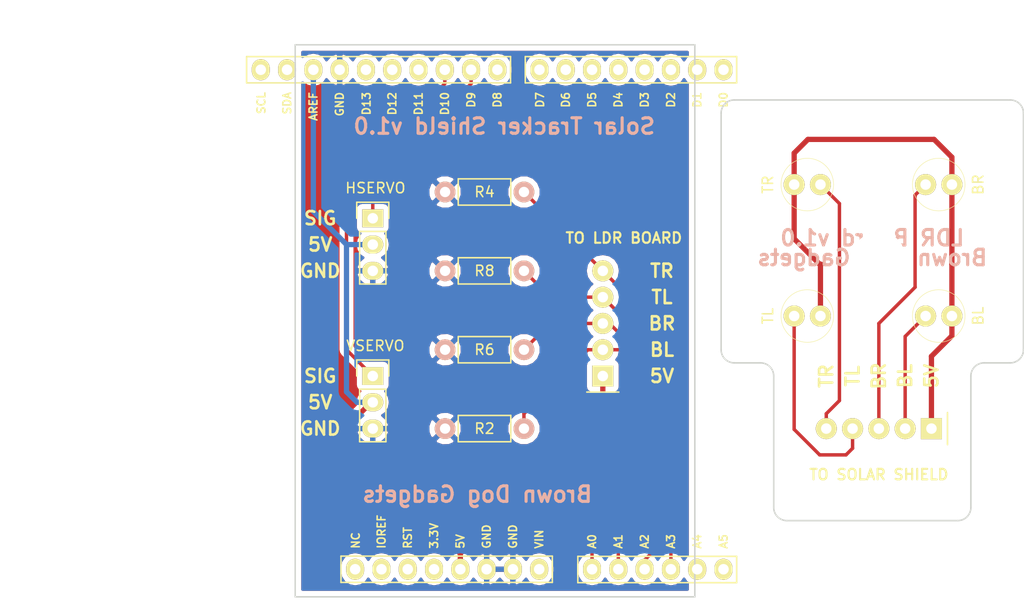
<source format=kicad_pcb>
(kicad_pcb (version 4) (host pcbnew 4.0.5-e0-6337~49~ubuntu16.04.1)

  (general
    (links 31)
    (no_connects 1)
    (area 104.572999 69.031 203.529001 129.272)
    (thickness 1.6)
    (drawings 63)
    (tracks 74)
    (zones 0)
    (modules 14)
    (nets 13)
  )

  (page A4)
  (title_block
    (company "Released under the CERN Open Hardware License v1.2")
    (comment 1 "wickerboxen@gmail.com - http://wickerbox.net")
    (comment 2 "Designed by Jenner at Wickerbox Electronics")
  )

  (layers
    (0 F.Cu signal)
    (31 B.Cu signal)
    (34 B.Paste user)
    (35 F.Paste user)
    (36 B.SilkS user)
    (37 F.SilkS user)
    (38 B.Mask user)
    (39 F.Mask user)
    (44 Edge.Cuts user)
    (46 B.CrtYd user)
    (47 F.CrtYd user)
    (48 B.Fab user)
    (49 F.Fab user)
  )

  (setup
    (last_trace_width 0.3302)
    (user_trace_width 0.1524)
    (user_trace_width 0.254)
    (user_trace_width 0.3302)
    (user_trace_width 0.508)
    (user_trace_width 0.762)
    (user_trace_width 1.27)
    (trace_clearance 0.254)
    (zone_clearance 0.508)
    (zone_45_only no)
    (trace_min 0.1524)
    (segment_width 0.15)
    (edge_width 0.15)
    (via_size 0.6858)
    (via_drill 0.3302)
    (via_min_size 0.6858)
    (via_min_drill 0.3302)
    (user_via 0.6858 0.3302)
    (user_via 0.762 0.4064)
    (user_via 0.8636 0.508)
    (uvia_size 0.6858)
    (uvia_drill 0.3302)
    (uvias_allowed no)
    (uvia_min_size 0)
    (uvia_min_drill 0)
    (pcb_text_width 0.3)
    (pcb_text_size 1.5 1.5)
    (mod_edge_width 0.15)
    (mod_text_size 1 1)
    (mod_text_width 0.15)
    (pad_size 1.524 1.524)
    (pad_drill 0.762)
    (pad_to_mask_clearance 0.2)
    (aux_axis_origin 124.968 123.825)
    (grid_origin 131.064 97.536)
    (visible_elements FFFCDF7D)
    (pcbplotparams
      (layerselection 0x20000_00000000)
      (usegerberextensions true)
      (excludeedgelayer true)
      (linewidth 0.100000)
      (plotframeref false)
      (viasonmask false)
      (mode 1)
      (useauxorigin false)
      (hpglpennumber 1)
      (hpglpenspeed 20)
      (hpglpendiameter 15)
      (hpglpenoverlay 2)
      (psnegative false)
      (psa4output false)
      (plotreference true)
      (plotvalue true)
      (plotinvisibletext false)
      (padsonsilk false)
      (subtractmaskfromsilk false)
      (outputformat 1)
      (mirror false)
      (drillshape 0)
      (scaleselection 1)
      (outputdirectory gerbers))
  )

  (net 0 "")
  (net 1 GND)
  (net 2 +5V)
  (net 3 /A0/BOTTOMLEFT)
  (net 4 /A1/BOTTOMRIGHT)
  (net 5 /A2/TOPLEFT)
  (net 6 /A3/TOPRIGHT)
  (net 7 /D9/HORIZONTAL_SERVO)
  (net 8 /D10/VERTICAL_SERVO)
  (net 9 /BOTTOMLEFT)
  (net 10 /BOTTOMRIGHT)
  (net 11 /TOPLEFT)
  (net 12 /TOPRIGHT)

  (net_class Default "This is the default net class."
    (clearance 0.254)
    (trace_width 0.254)
    (via_dia 0.6858)
    (via_drill 0.3302)
    (uvia_dia 0.6858)
    (uvia_drill 0.3302)
    (add_net +5V)
    (add_net /A0/BOTTOMLEFT)
    (add_net /A1/BOTTOMRIGHT)
    (add_net /A2/TOPLEFT)
    (add_net /A3/TOPRIGHT)
    (add_net /BOTTOMLEFT)
    (add_net /BOTTOMRIGHT)
    (add_net /D10/VERTICAL_SERVO)
    (add_net /D9/HORIZONTAL_SERVO)
    (add_net /TOPLEFT)
    (add_net /TOPRIGHT)
    (add_net GND)
  )

  (module Wickerlib:CONN-ONSHORE-SCREW-GREEN-5PIN-TH (layer F.Cu) (tedit 57D6278F) (tstamp 57D6273E)
    (at 194.564 110.236 270)
    (descr "Through hole pin header")
    (tags "pin header")
    (path /57D62B1D)
    (fp_text reference J4 (at 0 2.54 270) (layer F.Fab)
      (effects (font (size 1 1) (thickness 0.15)))
    )
    (fp_text value "TO SOLAR SHIELD" (at 2.286 3.302 360) (layer F.Fab) hide
      (effects (font (size 1 1) (thickness 0.15)))
    )
    (fp_circle (center 0 0) (end 0 0.254) (layer F.Fab) (width 0.2))
    (fp_text user "TO SOLAR SHIELD" (at 4.445 5.08 540) (layer F.SilkS)
      (effects (font (size 1.016 1.016) (thickness 0.2032)))
    )
    (fp_line (start -3.33 -1.75) (end -3.33 11.76) (layer F.CrtYd) (width 0.05))
    (fp_line (start 3.33 -1.75) (end 3.33 11.76) (layer F.CrtYd) (width 0.05))
    (fp_line (start -3.3 -1.75) (end 3.3 -1.75) (layer F.CrtYd) (width 0.05))
    (fp_line (start -3.3 11.76) (end 3.3 11.76) (layer F.CrtYd) (width 0.05))
    (fp_line (start -1.55 -1.55) (end 1.55 -1.55) (layer F.SilkS) (width 0.15))
    (fp_line (start 3.33 -1.75) (end 3.33 11.76) (layer F.Fab) (width 0.05))
    (fp_line (start -3.3 -1.75) (end 3.3 -1.75) (layer F.Fab) (width 0.05))
    (fp_line (start -3.33 -1.75) (end -3.33 11.76) (layer F.Fab) (width 0.05))
    (fp_line (start -3.3 11.76) (end 3.3 11.76) (layer F.Fab) (width 0.05))
    (pad 1 thru_hole rect (at 0 0 270) (size 2.032 2.032) (drill 1.016) (layers *.Cu *.Mask F.SilkS)
      (net 2 +5V))
    (pad 2 thru_hole oval (at 0 2.54 270) (size 2.032 2.032) (drill 1.016) (layers *.Cu *.Mask F.SilkS)
      (net 9 /BOTTOMLEFT))
    (pad 3 thru_hole oval (at 0 5.08 270) (size 2.032 2.032) (drill 1.016) (layers *.Cu *.Mask F.SilkS)
      (net 10 /BOTTOMRIGHT))
    (pad 4 thru_hole oval (at 0 7.62 270) (size 2.032 2.032) (drill 1.016) (layers *.Cu *.Mask F.SilkS)
      (net 11 /TOPLEFT))
    (pad 5 thru_hole oval (at 0 10.16 270) (size 2.032 2.032) (drill 1.016) (layers *.Cu *.Mask F.SilkS)
      (net 12 /TOPRIGHT))
  )

  (module Wickerlib:ARDUINO-101-SHIELD locked (layer F.Cu) (tedit 5728406C) (tstamp 5728CC97)
    (at 133.8072 123.825)
    (descr "Through hole socket strip")
    (tags "socket strip")
    (path /572986CB)
    (fp_text reference U5 (at 13.97 2.794) (layer F.SilkS) hide
      (effects (font (size 1 1) (thickness 0.15)))
    )
    (fp_text value ARDUINO-101-SHIELD (at 13.97 4.318) (layer F.Fab) hide
      (effects (font (size 1 1) (thickness 0.15)))
    )
    (fp_line (start 42.545 -1.905) (end 26.035 -1.905) (layer F.Fab) (width 0.05))
    (fp_line (start 42.545 1.905) (end 42.545 -1.905) (layer F.Fab) (width 0.05))
    (fp_line (start 26.035 1.905) (end 42.545 1.905) (layer F.Fab) (width 0.05))
    (fp_line (start 26.035 -1.905) (end 26.035 1.905) (layer F.Fab) (width 0.05))
    (fp_line (start 3.175 1.905) (end 3.175 -1.905) (layer F.Fab) (width 0.05))
    (fp_line (start 24.765 1.905) (end 3.175 1.905) (layer F.Fab) (width 0.05))
    (fp_line (start 24.765 -1.905) (end 24.765 1.905) (layer F.Fab) (width 0.05))
    (fp_line (start 3.175 -1.905) (end 24.765 -1.905) (layer F.Fab) (width 0.05))
    (fp_line (start 20.32 -46.355) (end 20.32 -50.165) (layer F.Fab) (width 0.05))
    (fp_line (start -5.715 -46.355) (end 20.32 -46.355) (layer F.Fab) (width 0.05))
    (fp_line (start -5.715 -50.165) (end -5.715 -46.355) (layer F.Fab) (width 0.05))
    (fp_line (start 20.32 -50.165) (end -5.715 -50.165) (layer F.Fab) (width 0.05))
    (fp_line (start 42.545 -50.165) (end 42.545 -46.355) (layer F.Fab) (width 0.05))
    (fp_line (start 20.955 -50.165) (end 42.545 -50.165) (layer F.Fab) (width 0.05))
    (fp_line (start 20.955 -46.355) (end 20.955 -50.165) (layer F.Fab) (width 0.05))
    (fp_line (start 42.545 -46.355) (end 20.955 -46.355) (layer F.Fab) (width 0.05))
    (fp_text user NC (at 5.1308 -2.779486 90) (layer F.SilkS)
      (effects (font (size 0.762 0.762) (thickness 0.1524)))
    )
    (fp_line (start 3.33 -1.75) (end 3.33 1.75) (layer F.CrtYd) (width 0.05))
    (fp_line (start 24.63 -1.75) (end 24.63 1.75) (layer F.CrtYd) (width 0.05))
    (fp_line (start 3.33 -1.75) (end 24.63 -1.75) (layer F.CrtYd) (width 0.05))
    (fp_line (start 3.33 1.75) (end 24.63 1.75) (layer F.CrtYd) (width 0.05))
    (fp_line (start 3.7084 1.27) (end 24.13 1.27) (layer F.SilkS) (width 0.15))
    (fp_line (start 24.13 1.27) (end 24.13 -1.27) (layer F.SilkS) (width 0.15))
    (fp_line (start 24.13 -1.27) (end 3.7084 -1.27) (layer F.SilkS) (width 0.15))
    (fp_line (start 3.7084 1.27) (end 3.7084 -1.27) (layer F.SilkS) (width 0.15))
    (fp_text user IOREF (at 7.62 -3.6322 90) (layer F.SilkS)
      (effects (font (size 0.762 0.762) (thickness 0.1524)))
    )
    (fp_text user RST (at 10.16 -3.033485 90) (layer F.SilkS)
      (effects (font (size 0.762 0.762) (thickness 0.1524)))
    )
    (fp_text user 3.3V (at 12.7 -3.233057 90) (layer F.SilkS)
      (effects (font (size 0.762 0.762) (thickness 0.1524)))
    )
    (fp_text user 5V (at 15.24 -2.688771 90) (layer F.SilkS)
      (effects (font (size 0.762 0.762) (thickness 0.1524)))
    )
    (fp_text user GND (at 17.78 -3.160486 90) (layer F.SilkS)
      (effects (font (size 0.762 0.762) (thickness 0.1524)))
    )
    (fp_text user GND (at 20.32 -3.160486 90) (layer F.SilkS)
      (effects (font (size 0.762 0.762) (thickness 0.1524)))
    )
    (fp_text user VIN (at 22.86 -2.906486 90) (layer F.SilkS)
      (effects (font (size 0.762 0.762) (thickness 0.1524)))
    )
    (fp_line (start 41.9354 -1.2446) (end 26.5938 -1.2446) (layer F.SilkS) (width 0.15))
    (fp_line (start 41.9354 1.2954) (end 41.9354 -1.2446) (layer F.SilkS) (width 0.15))
    (fp_text user A4 (at 38.1254 -2.688771 90) (layer F.SilkS)
      (effects (font (size 0.762 0.762) (thickness 0.1524)))
    )
    (fp_text user A3 (at 35.5854 -2.688771 90) (layer F.SilkS)
      (effects (font (size 0.762 0.762) (thickness 0.1524)))
    )
    (fp_text user A5 (at 40.6654 -2.688771 90) (layer F.SilkS)
      (effects (font (size 0.762 0.762) (thickness 0.1524)))
    )
    (fp_text user A0 (at 27.9654 -2.688771 90) (layer F.SilkS)
      (effects (font (size 0.762 0.762) (thickness 0.1524)))
    )
    (fp_text user A1 (at 30.5054 -2.688771 90) (layer F.SilkS)
      (effects (font (size 0.762 0.762) (thickness 0.1524)))
    )
    (fp_line (start 26.5938 1.2954) (end 41.9354 1.2954) (layer F.SilkS) (width 0.15))
    (fp_line (start 26.5938 1.2954) (end 26.5938 -1.2446) (layer F.SilkS) (width 0.15))
    (fp_text user A2 (at 33.0454 -2.688771 90) (layer F.SilkS)
      (effects (font (size 0.762 0.762) (thickness 0.1524)))
    )
    (fp_line (start 26.2154 -1.7246) (end 42.4354 -1.7246) (layer F.CrtYd) (width 0.05))
    (fp_line (start 26.2154 -1.7246) (end 26.2154 1.7754) (layer F.CrtYd) (width 0.05))
    (fp_line (start 42.4354 -1.7246) (end 42.4354 1.7754) (layer F.CrtYd) (width 0.05))
    (fp_line (start 26.2154 1.7754) (end 42.4354 1.7754) (layer F.CrtYd) (width 0.05))
    (fp_text user D2 (at 35.5854 -45.349886 90) (layer F.SilkS)
      (effects (font (size 0.762 0.762) (thickness 0.1524)))
    )
    (fp_line (start 41.9354 -46.99) (end 41.9354 -49.53) (layer F.SilkS) (width 0.15))
    (fp_text user D0 (at 40.6654 -45.349886 90) (layer F.SilkS)
      (effects (font (size 0.762 0.762) (thickness 0.1524)))
    )
    (fp_text user D1 (at 38.1254 -45.349886 90) (layer F.SilkS)
      (effects (font (size 0.762 0.762) (thickness 0.1524)))
    )
    (fp_line (start 41.9354 -49.53) (end 21.5138 -49.53) (layer F.SilkS) (width 0.15))
    (fp_text user D4 (at 30.5054 -45.349886 90) (layer F.SilkS)
      (effects (font (size 0.762 0.762) (thickness 0.1524)))
    )
    (fp_text user D5 (at 27.9654 -45.349886 90) (layer F.SilkS)
      (effects (font (size 0.762 0.762) (thickness 0.1524)))
    )
    (fp_line (start 21.5138 -46.99) (end 21.5138 -49.53) (layer F.SilkS) (width 0.15))
    (fp_text user D6 (at 25.4254 -45.349886 90) (layer F.SilkS)
      (effects (font (size 0.762 0.762) (thickness 0.1524)))
    )
    (fp_text user D7 (at 22.9362 -45.349886 90) (layer F.SilkS)
      (effects (font (size 0.762 0.762) (thickness 0.1524)))
    )
    (fp_line (start 21.5138 -46.99) (end 41.9354 -46.99) (layer F.SilkS) (width 0.15))
    (fp_text user D3 (at 33.0454 -45.349886 90) (layer F.SilkS)
      (effects (font (size 0.762 0.762) (thickness 0.1524)))
    )
    (fp_line (start 21.1354 -50.01) (end 21.1354 -46.51) (layer F.CrtYd) (width 0.05))
    (fp_line (start 42.4354 -50.01) (end 42.4354 -46.51) (layer F.CrtYd) (width 0.05))
    (fp_line (start 21.1354 -50.01) (end 42.4354 -50.01) (layer F.CrtYd) (width 0.05))
    (fp_line (start 21.1354 -46.51) (end 42.4354 -46.51) (layer F.CrtYd) (width 0.05))
    (fp_line (start 20.0914 -49.53) (end -5.3848 -49.53) (layer F.SilkS) (width 0.15))
    (fp_text user D10 (at 13.7414 -44.987029 90) (layer F.SilkS)
      (effects (font (size 0.762 0.762) (thickness 0.1524)))
    )
    (fp_text user D12 (at 8.6614 -44.987029 90) (layer F.SilkS)
      (effects (font (size 0.762 0.762) (thickness 0.1524)))
    )
    (fp_line (start -5.3848 -46.99) (end 20.0914 -46.99) (layer F.SilkS) (width 0.15))
    (fp_text user D9 (at 16.2814 -45.349886 90) (layer F.SilkS)
      (effects (font (size 0.762 0.762) (thickness 0.1524)))
    )
    (fp_text user D8 (at 18.8214 -45.349886 90) (layer F.SilkS)
      (effects (font (size 0.762 0.762) (thickness 0.1524)))
    )
    (fp_line (start 20.0914 -46.99) (end 20.0914 -49.53) (layer F.SilkS) (width 0.15))
    (fp_text user D11 (at 11.2014 -44.987029 90) (layer F.SilkS)
      (effects (font (size 0.762 0.762) (thickness 0.1524)))
    )
    (fp_line (start -5.4102 -46.99) (end -5.4102 -49.53) (layer F.SilkS) (width 0.15))
    (fp_text user D13 (at 6.1722 -44.987029 90) (layer F.SilkS)
      (effects (font (size 0.762 0.762) (thickness 0.1524)))
    )
    (fp_line (start -5.7912 -49.9872) (end 20.5914 -49.9872) (layer F.CrtYd) (width 0.05))
    (fp_line (start 20.5914 -50.01) (end 20.5914 -46.51) (layer F.CrtYd) (width 0.05))
    (fp_line (start -5.7912 -49.9872) (end -5.7912 -46.5074) (layer F.CrtYd) (width 0.05))
    (fp_line (start -5.7912 -46.5074) (end 20.5914 -46.51) (layer F.CrtYd) (width 0.05))
    (fp_text user GND (at 3.5814 -44.9326 90) (layer F.SilkS)
      (effects (font (size 0.762 0.762) (thickness 0.1524)))
    )
    (fp_text user SDA (at -1.4986 -45.023314 90) (layer F.SilkS)
      (effects (font (size 0.762 0.762) (thickness 0.1524)))
    )
    (fp_text user AREF (at 1.0414 -44.714885 90) (layer F.SilkS)
      (effects (font (size 0.762 0.762) (thickness 0.1524)))
    )
    (fp_text user SCL (at -3.9878 -45.041457 90) (layer F.SilkS)
      (effects (font (size 0.762 0.762) (thickness 0.1524)))
    )
    (pad NC thru_hole oval (at 5.08 0) (size 1.7272 2.032) (drill 1.016) (layers *.Cu *.Mask F.SilkS))
    (pad IO thru_hole oval (at 7.62 0) (size 1.7272 2.032) (drill 1.016) (layers *.Cu *.Mask F.SilkS))
    (pad RST thru_hole oval (at 10.16 0) (size 1.7272 2.032) (drill 1.016) (layers *.Cu *.Mask F.SilkS))
    (pad 3V3 thru_hole oval (at 12.7 0) (size 1.7272 2.032) (drill 1.016) (layers *.Cu *.Mask F.SilkS))
    (pad 5V thru_hole oval (at 15.24 0) (size 1.7272 2.032) (drill 1.016) (layers *.Cu *.Mask F.SilkS)
      (net 2 +5V))
    (pad GND1 thru_hole oval (at 17.78 0) (size 1.7272 2.032) (drill 1.016) (layers *.Cu *.Mask F.SilkS)
      (net 1 GND))
    (pad GND2 thru_hole oval (at 20.32 0) (size 1.7272 2.032) (drill 1.016) (layers *.Cu *.Mask F.SilkS)
      (net 1 GND))
    (pad VIN thru_hole oval (at 22.86 0) (size 1.7272 2.032) (drill 1.016) (layers *.Cu *.Mask F.SilkS))
    (pad A0 thru_hole oval (at 27.9654 0) (size 1.7272 2.032) (drill 1.016) (layers *.Cu *.Mask F.SilkS)
      (net 3 /A0/BOTTOMLEFT))
    (pad A1 thru_hole oval (at 30.5054 0) (size 1.7272 2.032) (drill 1.016) (layers *.Cu *.Mask F.SilkS)
      (net 4 /A1/BOTTOMRIGHT))
    (pad A2 thru_hole oval (at 33.0454 0) (size 1.7272 2.032) (drill 1.016) (layers *.Cu *.Mask F.SilkS)
      (net 5 /A2/TOPLEFT))
    (pad A5 thru_hole oval (at 40.6654 0) (size 1.7272 2.032) (drill 1.016) (layers *.Cu *.Mask F.SilkS))
    (pad A4 thru_hole oval (at 38.1254 0) (size 1.7272 2.032) (drill 1.016) (layers *.Cu *.Mask F.SilkS))
    (pad A3 thru_hole oval (at 35.5854 0) (size 1.7272 2.032) (drill 1.016) (layers *.Cu *.Mask F.SilkS)
      (net 6 /A3/TOPRIGHT))
    (pad D1 thru_hole oval (at 38.1254 -48.26) (size 1.7272 2.032) (drill 1.016) (layers *.Cu *.Mask F.SilkS))
    (pad D0 thru_hole oval (at 40.6654 -48.26) (size 1.7272 2.032) (drill 1.016) (layers *.Cu *.Mask F.SilkS))
    (pad D5 thru_hole oval (at 27.9654 -48.26) (size 1.7272 2.032) (drill 1.016) (layers *.Cu *.Mask F.SilkS))
    (pad D4 thru_hole oval (at 30.5054 -48.26) (size 1.7272 2.032) (drill 1.016) (layers *.Cu *.Mask F.SilkS))
    (pad D6 thru_hole oval (at 25.4254 -48.26) (size 1.7272 2.032) (drill 1.016) (layers *.Cu *.Mask F.SilkS))
    (pad D7 thru_hole oval (at 22.8854 -48.26) (size 1.7272 2.032) (drill 1.016) (layers *.Cu *.Mask F.SilkS))
    (pad D3 thru_hole oval (at 33.0454 -48.26) (size 1.7272 2.032) (drill 1.016) (layers *.Cu *.Mask F.SilkS))
    (pad D2 thru_hole oval (at 35.5854 -48.26) (size 1.7272 2.032) (drill 1.016) (layers *.Cu *.Mask F.SilkS))
    (pad D13 thru_hole oval (at 6.1214 -48.26) (size 1.7272 2.032) (drill 1.016) (layers *.Cu *.Mask F.SilkS))
    (pad D12 thru_hole oval (at 8.6614 -48.26) (size 1.7272 2.032) (drill 1.016) (layers *.Cu *.Mask F.SilkS))
    (pad D11 thru_hole oval (at 11.2014 -48.26) (size 1.7272 2.032) (drill 1.016) (layers *.Cu *.Mask F.SilkS))
    (pad D8 thru_hole oval (at 18.8214 -48.26) (size 1.7272 2.032) (drill 1.016) (layers *.Cu *.Mask F.SilkS))
    (pad D9 thru_hole oval (at 16.2814 -48.26) (size 1.7272 2.032) (drill 1.016) (layers *.Cu *.Mask F.SilkS)
      (net 7 /D9/HORIZONTAL_SERVO))
    (pad D10 thru_hole oval (at 13.7414 -48.26) (size 1.7272 2.032) (drill 1.016) (layers *.Cu *.Mask F.SilkS)
      (net 8 /D10/VERTICAL_SERVO))
    (pad AREF thru_hole oval (at 1.0414 -48.26) (size 1.7272 2.032) (drill 1.016) (layers *.Cu *.Mask F.SilkS)
      (net 2 +5V))
    (pad GND3 thru_hole oval (at 3.5814 -48.26) (size 1.7272 2.032) (drill 1.016) (layers *.Cu *.Mask F.SilkS)
      (net 1 GND))
    (pad SCL thru_hole oval (at -4.0386 -48.26) (size 1.7272 2.032) (drill 1.016) (layers *.Cu *.Mask F.SilkS))
    (pad SDA thru_hole oval (at -1.4986 -48.26) (size 1.7272 2.032) (drill 1.016) (layers *.Cu *.Mask F.SilkS))
  )

  (module Wickerlib:RES-CARBONFILM-7MM (layer F.Cu) (tedit 57D1FDFE) (tstamp 57D617EF)
    (at 155.194 94.996 180)
    (descr "Resistor, Axial,  RM 7.62mm, 1/3W,")
    (tags "Resistor Axial RM 7.62mm 1/3W R3")
    (path /57D2C491)
    (fp_text reference R8 (at 4.05892 0.30988 180) (layer F.Fab)
      (effects (font (size 1 1) (thickness 0.15)))
    )
    (fp_text value 10K (at 3.81 3.81 180) (layer F.Fab) hide
      (effects (font (size 1 1) (thickness 0.15)))
    )
    (fp_line (start -1.27 -1.524) (end 8.89 -1.524) (layer F.Fab) (width 0.05))
    (fp_line (start -1.27 1.524) (end -1.27 -1.524) (layer F.Fab) (width 0.05))
    (fp_line (start 8.89 1.524) (end -1.27 1.524) (layer F.Fab) (width 0.05))
    (fp_line (start 8.89 -1.524) (end 8.89 1.524) (layer F.Fab) (width 0.05))
    (fp_text user %R (at 3.81 0 180) (layer F.SilkS)
      (effects (font (size 1 1) (thickness 0.15)))
    )
    (fp_line (start -1.25 -1.5) (end 8.85 -1.5) (layer F.CrtYd) (width 0.05))
    (fp_line (start -1.25 1.5) (end -1.25 -1.5) (layer F.CrtYd) (width 0.05))
    (fp_line (start 8.85 -1.5) (end 8.85 1.5) (layer F.CrtYd) (width 0.05))
    (fp_line (start -1.25 1.5) (end 8.85 1.5) (layer F.CrtYd) (width 0.05))
    (fp_line (start 1.27 -1.27) (end 6.35 -1.27) (layer F.SilkS) (width 0.15))
    (fp_line (start 6.35 -1.27) (end 6.35 1.27) (layer F.SilkS) (width 0.15))
    (fp_line (start 6.35 1.27) (end 1.27 1.27) (layer F.SilkS) (width 0.15))
    (fp_line (start 1.27 1.27) (end 1.27 -1.27) (layer F.SilkS) (width 0.15))
    (pad 1 thru_hole circle (at 0 0 180) (size 1.99898 1.99898) (drill 1.00076) (layers *.Cu *.SilkS *.Mask)
      (net 5 /A2/TOPLEFT))
    (pad 2 thru_hole circle (at 7.62 0 180) (size 1.99898 1.99898) (drill 1.00076) (layers *.Cu *.SilkS *.Mask)
      (net 1 GND))
  )

  (module Wickerlib:PHOTOCELL-5.1MM (layer F.Cu) (tedit 57D61BBA) (tstamp 57D617E9)
    (at 182.569981 86.659073 90)
    (descr "Through hole pin header")
    (tags "pin header")
    (path /57D2E022)
    (fp_text reference R7 (at 0 0 180) (layer F.Fab)
      (effects (font (size 1 1) (thickness 0.15)))
    )
    (fp_text value PHOTOCELL (at 0 0 90) (layer F.Fab) hide
      (effects (font (size 1 1) (thickness 0.15)))
    )
    (fp_line (start 3.175 3.175) (end 3.175 -3.175) (layer F.CrtYd) (width 0.05))
    (fp_line (start -3.175 3.175) (end 3.175 3.175) (layer F.CrtYd) (width 0.05))
    (fp_line (start -3.175 -3.175) (end -3.175 3.175) (layer F.CrtYd) (width 0.05))
    (fp_line (start 3.175 -3.175) (end -3.175 -3.175) (layer F.CrtYd) (width 0.05))
    (fp_circle (center 0 0) (end 2.54 0) (layer F.Fab) (width 0.05))
    (fp_text user TR (at 0 -3.81 90) (layer F.SilkS)
      (effects (font (size 1 1) (thickness 0.15)))
    )
    (fp_circle (center 0 0) (end 2.54 0) (layer F.SilkS) (width 0.05))
    (pad 1 thru_hole circle (at 0 -1.27 90) (size 2.032 2.032) (drill 1.016) (layers *.Cu *.Mask F.SilkS)
      (net 2 +5V))
    (pad 2 thru_hole oval (at 0 1.27 90) (size 2.032 2.032) (drill 1.016) (layers *.Cu *.Mask F.SilkS)
      (net 12 /TOPRIGHT))
  )

  (module Wickerlib:RES-CARBONFILM-7MM (layer F.Cu) (tedit 57D1FDFE) (tstamp 57D617E3)
    (at 155.194 102.616 180)
    (descr "Resistor, Axial,  RM 7.62mm, 1/3W,")
    (tags "Resistor Axial RM 7.62mm 1/3W R3")
    (path /57D2C330)
    (fp_text reference R6 (at 4.05892 0.30988 180) (layer F.Fab)
      (effects (font (size 1 1) (thickness 0.15)))
    )
    (fp_text value 10K (at 3.81 3.81 180) (layer F.Fab) hide
      (effects (font (size 1 1) (thickness 0.15)))
    )
    (fp_line (start -1.27 -1.524) (end 8.89 -1.524) (layer F.Fab) (width 0.05))
    (fp_line (start -1.27 1.524) (end -1.27 -1.524) (layer F.Fab) (width 0.05))
    (fp_line (start 8.89 1.524) (end -1.27 1.524) (layer F.Fab) (width 0.05))
    (fp_line (start 8.89 -1.524) (end 8.89 1.524) (layer F.Fab) (width 0.05))
    (fp_text user %R (at 3.81 0 180) (layer F.SilkS)
      (effects (font (size 1 1) (thickness 0.15)))
    )
    (fp_line (start -1.25 -1.5) (end 8.85 -1.5) (layer F.CrtYd) (width 0.05))
    (fp_line (start -1.25 1.5) (end -1.25 -1.5) (layer F.CrtYd) (width 0.05))
    (fp_line (start 8.85 -1.5) (end 8.85 1.5) (layer F.CrtYd) (width 0.05))
    (fp_line (start -1.25 1.5) (end 8.85 1.5) (layer F.CrtYd) (width 0.05))
    (fp_line (start 1.27 -1.27) (end 6.35 -1.27) (layer F.SilkS) (width 0.15))
    (fp_line (start 6.35 -1.27) (end 6.35 1.27) (layer F.SilkS) (width 0.15))
    (fp_line (start 6.35 1.27) (end 1.27 1.27) (layer F.SilkS) (width 0.15))
    (fp_line (start 1.27 1.27) (end 1.27 -1.27) (layer F.SilkS) (width 0.15))
    (pad 1 thru_hole circle (at 0 0 180) (size 1.99898 1.99898) (drill 1.00076) (layers *.Cu *.SilkS *.Mask)
      (net 4 /A1/BOTTOMRIGHT))
    (pad 2 thru_hole circle (at 7.62 0 180) (size 1.99898 1.99898) (drill 1.00076) (layers *.Cu *.SilkS *.Mask)
      (net 1 GND))
  )

  (module Wickerlib:PHOTOCELL-5.1MM (layer F.Cu) (tedit 57D61BC4) (tstamp 57D617DD)
    (at 195.269981 86.659073 270)
    (descr "Through hole pin header")
    (tags "pin header")
    (path /57D0184D)
    (fp_text reference R5 (at 0 0 360) (layer F.Fab)
      (effects (font (size 1 1) (thickness 0.15)))
    )
    (fp_text value PHOTOCELL (at 0 0 270) (layer F.Fab) hide
      (effects (font (size 1 1) (thickness 0.15)))
    )
    (fp_line (start 3.175 3.175) (end 3.175 -3.175) (layer F.CrtYd) (width 0.05))
    (fp_line (start -3.175 3.175) (end 3.175 3.175) (layer F.CrtYd) (width 0.05))
    (fp_line (start -3.175 -3.175) (end -3.175 3.175) (layer F.CrtYd) (width 0.05))
    (fp_line (start 3.175 -3.175) (end -3.175 -3.175) (layer F.CrtYd) (width 0.05))
    (fp_circle (center 0 0) (end 2.54 0) (layer F.Fab) (width 0.05))
    (fp_text user BR (at 0 -3.81 270) (layer F.SilkS)
      (effects (font (size 1 1) (thickness 0.15)))
    )
    (fp_circle (center 0 0) (end 2.54 0) (layer F.SilkS) (width 0.05))
    (pad 1 thru_hole circle (at 0 -1.27 270) (size 2.032 2.032) (drill 1.016) (layers *.Cu *.Mask F.SilkS)
      (net 2 +5V))
    (pad 2 thru_hole oval (at 0 1.27 270) (size 2.032 2.032) (drill 1.016) (layers *.Cu *.Mask F.SilkS)
      (net 10 /BOTTOMRIGHT))
  )

  (module Wickerlib:RES-CARBONFILM-7MM (layer F.Cu) (tedit 57D1FDFE) (tstamp 57D617D7)
    (at 155.194 87.376 180)
    (descr "Resistor, Axial,  RM 7.62mm, 1/3W,")
    (tags "Resistor Axial RM 7.62mm 1/3W R3")
    (path /57D2C3C8)
    (fp_text reference R4 (at 4.05892 0.30988 180) (layer F.Fab)
      (effects (font (size 1 1) (thickness 0.15)))
    )
    (fp_text value 10K (at 3.81 3.81 180) (layer F.Fab) hide
      (effects (font (size 1 1) (thickness 0.15)))
    )
    (fp_line (start -1.27 -1.524) (end 8.89 -1.524) (layer F.Fab) (width 0.05))
    (fp_line (start -1.27 1.524) (end -1.27 -1.524) (layer F.Fab) (width 0.05))
    (fp_line (start 8.89 1.524) (end -1.27 1.524) (layer F.Fab) (width 0.05))
    (fp_line (start 8.89 -1.524) (end 8.89 1.524) (layer F.Fab) (width 0.05))
    (fp_text user %R (at 3.81 0 180) (layer F.SilkS)
      (effects (font (size 1 1) (thickness 0.15)))
    )
    (fp_line (start -1.25 -1.5) (end 8.85 -1.5) (layer F.CrtYd) (width 0.05))
    (fp_line (start -1.25 1.5) (end -1.25 -1.5) (layer F.CrtYd) (width 0.05))
    (fp_line (start 8.85 -1.5) (end 8.85 1.5) (layer F.CrtYd) (width 0.05))
    (fp_line (start -1.25 1.5) (end 8.85 1.5) (layer F.CrtYd) (width 0.05))
    (fp_line (start 1.27 -1.27) (end 6.35 -1.27) (layer F.SilkS) (width 0.15))
    (fp_line (start 6.35 -1.27) (end 6.35 1.27) (layer F.SilkS) (width 0.15))
    (fp_line (start 6.35 1.27) (end 1.27 1.27) (layer F.SilkS) (width 0.15))
    (fp_line (start 1.27 1.27) (end 1.27 -1.27) (layer F.SilkS) (width 0.15))
    (pad 1 thru_hole circle (at 0 0 180) (size 1.99898 1.99898) (drill 1.00076) (layers *.Cu *.SilkS *.Mask)
      (net 6 /A3/TOPRIGHT))
    (pad 2 thru_hole circle (at 7.62 0 180) (size 1.99898 1.99898) (drill 1.00076) (layers *.Cu *.SilkS *.Mask)
      (net 1 GND))
  )

  (module Wickerlib:PHOTOCELL-5.1MM (layer F.Cu) (tedit 57D61BB1) (tstamp 57D617D1)
    (at 182.569981 99.359073 270)
    (descr "Through hole pin header")
    (tags "pin header")
    (path /57D2DF8D)
    (fp_text reference R3 (at 0 0 360) (layer F.Fab)
      (effects (font (size 1 1) (thickness 0.15)))
    )
    (fp_text value PHOTOCELL (at 0 0 270) (layer F.Fab) hide
      (effects (font (size 1 1) (thickness 0.15)))
    )
    (fp_line (start 3.175 3.175) (end 3.175 -3.175) (layer F.CrtYd) (width 0.05))
    (fp_line (start -3.175 3.175) (end 3.175 3.175) (layer F.CrtYd) (width 0.05))
    (fp_line (start -3.175 -3.175) (end -3.175 3.175) (layer F.CrtYd) (width 0.05))
    (fp_line (start 3.175 -3.175) (end -3.175 -3.175) (layer F.CrtYd) (width 0.05))
    (fp_circle (center 0 0) (end 2.54 0) (layer F.Fab) (width 0.05))
    (fp_text user TL (at 0 3.81 270) (layer F.SilkS)
      (effects (font (size 1 1) (thickness 0.15)))
    )
    (fp_circle (center 0 0) (end 2.54 0) (layer F.SilkS) (width 0.05))
    (pad 1 thru_hole circle (at 0 -1.27 270) (size 2.032 2.032) (drill 1.016) (layers *.Cu *.Mask F.SilkS)
      (net 2 +5V))
    (pad 2 thru_hole oval (at 0 1.27 270) (size 2.032 2.032) (drill 1.016) (layers *.Cu *.Mask F.SilkS)
      (net 11 /TOPLEFT))
  )

  (module Wickerlib:RES-CARBONFILM-7MM (layer F.Cu) (tedit 57D1FDFE) (tstamp 57D617CB)
    (at 155.194 110.236 180)
    (descr "Resistor, Axial,  RM 7.62mm, 1/3W,")
    (tags "Resistor Axial RM 7.62mm 1/3W R3")
    (path /57D2C27B)
    (fp_text reference R2 (at 4.05892 0.30988 180) (layer F.Fab)
      (effects (font (size 1 1) (thickness 0.15)))
    )
    (fp_text value 10K (at 3.81 3.81 180) (layer F.Fab) hide
      (effects (font (size 1 1) (thickness 0.15)))
    )
    (fp_line (start -1.27 -1.524) (end 8.89 -1.524) (layer F.Fab) (width 0.05))
    (fp_line (start -1.27 1.524) (end -1.27 -1.524) (layer F.Fab) (width 0.05))
    (fp_line (start 8.89 1.524) (end -1.27 1.524) (layer F.Fab) (width 0.05))
    (fp_line (start 8.89 -1.524) (end 8.89 1.524) (layer F.Fab) (width 0.05))
    (fp_text user %R (at 3.81 0 180) (layer F.SilkS)
      (effects (font (size 1 1) (thickness 0.15)))
    )
    (fp_line (start -1.25 -1.5) (end 8.85 -1.5) (layer F.CrtYd) (width 0.05))
    (fp_line (start -1.25 1.5) (end -1.25 -1.5) (layer F.CrtYd) (width 0.05))
    (fp_line (start 8.85 -1.5) (end 8.85 1.5) (layer F.CrtYd) (width 0.05))
    (fp_line (start -1.25 1.5) (end 8.85 1.5) (layer F.CrtYd) (width 0.05))
    (fp_line (start 1.27 -1.27) (end 6.35 -1.27) (layer F.SilkS) (width 0.15))
    (fp_line (start 6.35 -1.27) (end 6.35 1.27) (layer F.SilkS) (width 0.15))
    (fp_line (start 6.35 1.27) (end 1.27 1.27) (layer F.SilkS) (width 0.15))
    (fp_line (start 1.27 1.27) (end 1.27 -1.27) (layer F.SilkS) (width 0.15))
    (pad 1 thru_hole circle (at 0 0 180) (size 1.99898 1.99898) (drill 1.00076) (layers *.Cu *.SilkS *.Mask)
      (net 3 /A0/BOTTOMLEFT))
    (pad 2 thru_hole circle (at 7.62 0 180) (size 1.99898 1.99898) (drill 1.00076) (layers *.Cu *.SilkS *.Mask)
      (net 1 GND))
  )

  (module Wickerlib:PHOTOCELL-5.1MM (layer F.Cu) (tedit 57D61BC9) (tstamp 57D617C5)
    (at 195.269981 99.359073 270)
    (descr "Through hole pin header")
    (tags "pin header")
    (path /57D0194A)
    (fp_text reference R1 (at 0 0 360) (layer F.Fab)
      (effects (font (size 1 1) (thickness 0.15)))
    )
    (fp_text value PHOTOCELL (at 0 0 270) (layer F.Fab) hide
      (effects (font (size 1 1) (thickness 0.15)))
    )
    (fp_line (start 3.175 3.175) (end 3.175 -3.175) (layer F.CrtYd) (width 0.05))
    (fp_line (start -3.175 3.175) (end 3.175 3.175) (layer F.CrtYd) (width 0.05))
    (fp_line (start -3.175 -3.175) (end -3.175 3.175) (layer F.CrtYd) (width 0.05))
    (fp_line (start 3.175 -3.175) (end -3.175 -3.175) (layer F.CrtYd) (width 0.05))
    (fp_circle (center 0 0) (end 2.54 0) (layer F.Fab) (width 0.05))
    (fp_text user BL (at 0 -3.81 270) (layer F.SilkS)
      (effects (font (size 1 1) (thickness 0.15)))
    )
    (fp_circle (center 0 0) (end 2.54 0) (layer F.SilkS) (width 0.05))
    (pad 1 thru_hole circle (at 0 -1.27 270) (size 2.032 2.032) (drill 1.016) (layers *.Cu *.Mask F.SilkS)
      (net 2 +5V))
    (pad 2 thru_hole oval (at 0 1.27 270) (size 2.032 2.032) (drill 1.016) (layers *.Cu *.Mask F.SilkS)
      (net 9 /BOTTOMLEFT))
  )

  (module Wickerlib:CONN-HEADER-STRAIGHT-P2.54MM-1x03 (layer F.Cu) (tedit 57D618EC) (tstamp 57D617B5)
    (at 140.589 105.156)
    (descr "Through hole pin header")
    (tags "pin header")
    (path /57CF461B)
    (fp_text reference J3 (at 0 2.794) (layer F.Fab)
      (effects (font (size 1 1) (thickness 0.15)))
    )
    (fp_text value SERVO (at 0 2.794 90) (layer F.CrtYd)
      (effects (font (size 1 1) (thickness 0.15)))
    )
    (fp_text user VSERVO (at 0.254 -2.921) (layer F.SilkS)
      (effects (font (size 1 1) (thickness 0.15)))
    )
    (fp_line (start -1.778 6.858) (end -1.778 -1.778) (layer F.Fab) (width 0.05))
    (fp_line (start 1.778 6.858) (end -1.778 6.858) (layer F.Fab) (width 0.05))
    (fp_line (start 1.778 -1.778) (end 1.778 6.858) (layer F.Fab) (width 0.05))
    (fp_line (start -1.778 -1.778) (end 1.778 -1.778) (layer F.Fab) (width 0.05))
    (fp_line (start -1.75 -1.75) (end -1.75 6.85) (layer F.CrtYd) (width 0.05))
    (fp_line (start 1.75 -1.75) (end 1.75 6.85) (layer F.CrtYd) (width 0.05))
    (fp_line (start -1.75 -1.75) (end 1.75 -1.75) (layer F.CrtYd) (width 0.05))
    (fp_line (start -1.75 6.85) (end 1.75 6.85) (layer F.CrtYd) (width 0.05))
    (fp_line (start -1.27 1.27) (end -1.27 6.35) (layer F.SilkS) (width 0.15))
    (fp_line (start -1.27 6.35) (end 1.27 6.35) (layer F.SilkS) (width 0.15))
    (fp_line (start 1.27 6.35) (end 1.27 1.27) (layer F.SilkS) (width 0.15))
    (fp_line (start 1.55 -1.55) (end 1.55 0) (layer F.SilkS) (width 0.15))
    (fp_line (start 1.27 1.27) (end -1.27 1.27) (layer F.SilkS) (width 0.15))
    (fp_line (start -1.55 0) (end -1.55 -1.55) (layer F.SilkS) (width 0.15))
    (fp_line (start -1.55 -1.55) (end 1.55 -1.55) (layer F.SilkS) (width 0.15))
    (pad 1 thru_hole rect (at 0 0) (size 2.032 1.7272) (drill 1.016) (layers *.Cu *.Mask F.SilkS)
      (net 8 /D10/VERTICAL_SERVO))
    (pad 2 thru_hole oval (at 0 2.54) (size 2.032 1.7272) (drill 1.016) (layers *.Cu *.Mask F.SilkS)
      (net 2 +5V))
    (pad 3 thru_hole oval (at 0 5.08) (size 2.032 1.7272) (drill 1.016) (layers *.Cu *.Mask F.SilkS)
      (net 1 GND))
  )

  (module Wickerlib:CONN-HEADER-STRAIGHT-P2.54MM-1x03 (layer F.Cu) (tedit 57D618E9) (tstamp 57D617AE)
    (at 140.589 89.916)
    (descr "Through hole pin header")
    (tags "pin header")
    (path /57CF459B)
    (fp_text reference J2 (at 0 2.794) (layer F.Fab)
      (effects (font (size 1 1) (thickness 0.15)))
    )
    (fp_text value SERVO (at 0 2.794 90) (layer F.CrtYd)
      (effects (font (size 1 1) (thickness 0.15)))
    )
    (fp_text user HSERVO (at 0.254 -2.921) (layer F.SilkS)
      (effects (font (size 1 1) (thickness 0.15)))
    )
    (fp_line (start -1.778 6.858) (end -1.778 -1.778) (layer F.Fab) (width 0.05))
    (fp_line (start 1.778 6.858) (end -1.778 6.858) (layer F.Fab) (width 0.05))
    (fp_line (start 1.778 -1.778) (end 1.778 6.858) (layer F.Fab) (width 0.05))
    (fp_line (start -1.778 -1.778) (end 1.778 -1.778) (layer F.Fab) (width 0.05))
    (fp_line (start -1.75 -1.75) (end -1.75 6.85) (layer F.CrtYd) (width 0.05))
    (fp_line (start 1.75 -1.75) (end 1.75 6.85) (layer F.CrtYd) (width 0.05))
    (fp_line (start -1.75 -1.75) (end 1.75 -1.75) (layer F.CrtYd) (width 0.05))
    (fp_line (start -1.75 6.85) (end 1.75 6.85) (layer F.CrtYd) (width 0.05))
    (fp_line (start -1.27 1.27) (end -1.27 6.35) (layer F.SilkS) (width 0.15))
    (fp_line (start -1.27 6.35) (end 1.27 6.35) (layer F.SilkS) (width 0.15))
    (fp_line (start 1.27 6.35) (end 1.27 1.27) (layer F.SilkS) (width 0.15))
    (fp_line (start 1.55 -1.55) (end 1.55 0) (layer F.SilkS) (width 0.15))
    (fp_line (start 1.27 1.27) (end -1.27 1.27) (layer F.SilkS) (width 0.15))
    (fp_line (start -1.55 0) (end -1.55 -1.55) (layer F.SilkS) (width 0.15))
    (fp_line (start -1.55 -1.55) (end 1.55 -1.55) (layer F.SilkS) (width 0.15))
    (pad 1 thru_hole rect (at 0 0) (size 2.032 1.7272) (drill 1.016) (layers *.Cu *.Mask F.SilkS)
      (net 7 /D9/HORIZONTAL_SERVO))
    (pad 2 thru_hole oval (at 0 2.54) (size 2.032 1.7272) (drill 1.016) (layers *.Cu *.Mask F.SilkS)
      (net 2 +5V))
    (pad 3 thru_hole oval (at 0 5.08) (size 2.032 1.7272) (drill 1.016) (layers *.Cu *.Mask F.SilkS)
      (net 1 GND))
  )

  (module Wickerlib:CONN-ONSHORE-SCREW-GREEN-5PIN-TH (layer F.Cu) (tedit 57D6279D) (tstamp 57D62735)
    (at 162.814 105.156 180)
    (descr "Through hole pin header")
    (tags "pin header")
    (path /57D62907)
    (fp_text reference J1 (at 0 2.54 180) (layer F.Fab)
      (effects (font (size 1 1) (thickness 0.15)))
    )
    (fp_text value "TO LDR BOARD" (at 2.286 3.302 270) (layer F.Fab) hide
      (effects (font (size 1 1) (thickness 0.15)))
    )
    (fp_circle (center 0 0) (end 0 0.254) (layer F.Fab) (width 0.2))
    (fp_text user "TO LDR BOARD" (at -2.032 13.335 360) (layer F.SilkS)
      (effects (font (size 1.016 1.016) (thickness 0.2032)))
    )
    (fp_line (start -3.33 -1.75) (end -3.33 11.76) (layer F.CrtYd) (width 0.05))
    (fp_line (start 3.33 -1.75) (end 3.33 11.76) (layer F.CrtYd) (width 0.05))
    (fp_line (start -3.3 -1.75) (end 3.3 -1.75) (layer F.CrtYd) (width 0.05))
    (fp_line (start -3.3 11.76) (end 3.3 11.76) (layer F.CrtYd) (width 0.05))
    (fp_line (start -1.55 -1.55) (end 1.55 -1.55) (layer F.SilkS) (width 0.15))
    (fp_line (start 3.33 -1.75) (end 3.33 11.76) (layer F.Fab) (width 0.05))
    (fp_line (start -3.3 -1.75) (end 3.3 -1.75) (layer F.Fab) (width 0.05))
    (fp_line (start -3.33 -1.75) (end -3.33 11.76) (layer F.Fab) (width 0.05))
    (fp_line (start -3.3 11.76) (end 3.3 11.76) (layer F.Fab) (width 0.05))
    (pad 1 thru_hole rect (at 0 0 180) (size 2.032 2.032) (drill 1.016) (layers *.Cu *.Mask F.SilkS)
      (net 2 +5V))
    (pad 2 thru_hole oval (at 0 2.54 180) (size 2.032 2.032) (drill 1.016) (layers *.Cu *.Mask F.SilkS)
      (net 3 /A0/BOTTOMLEFT))
    (pad 3 thru_hole oval (at 0 5.08 180) (size 2.032 2.032) (drill 1.016) (layers *.Cu *.Mask F.SilkS)
      (net 4 /A1/BOTTOMRIGHT))
    (pad 4 thru_hole oval (at 0 7.62 180) (size 2.032 2.032) (drill 1.016) (layers *.Cu *.Mask F.SilkS)
      (net 5 /A2/TOPLEFT))
    (pad 5 thru_hole oval (at 0 10.16 180) (size 2.032 2.032) (drill 1.016) (layers *.Cu *.Mask F.SilkS)
      (net 6 /A3/TOPRIGHT))
  )

  (module Wickerlib:HOLE-UNPLATED-200MIL (layer F.Cu) (tedit 590DC0F9) (tstamp 590DF2AD)
    (at 189.484 93.726)
    (descr "Standard 2x20 DIP header based on KiCad Pin Header 2x20")
    (tags "pin header")
    (fp_text reference V (at 0 -2) (layer F.SilkS) hide
      (effects (font (size 1.016 1.016) (thickness 0.1524)))
    )
    (fp_text value HOLE-PLATED-200MIL (at -2.1 2.88 90) (layer F.Fab) hide
      (effects (font (size 1 1) (thickness 0.15)))
    )
    (pad "" np_thru_hole circle (at 0 0) (size 5.08 5.08) (drill 5.08) (layers *.Cu))
  )

  (gr_arc (start 180.594 117.856) (end 180.594 119.126) (angle 90) (layer Edge.Cuts) (width 0.15))
  (gr_arc (start 199.644 105.156) (end 198.374 105.156) (angle 90) (layer Edge.Cuts) (width 0.15))
  (gr_arc (start 178.054 105.156) (end 178.054 103.886) (angle 90) (layer Edge.Cuts) (width 0.15))
  (gr_arc (start 197.104 117.856) (end 198.374 117.856) (angle 90) (layer Edge.Cuts) (width 0.15))
  (gr_arc (start 202.184 102.616) (end 203.454 102.616) (angle 90) (layer Edge.Cuts) (width 0.15))
  (gr_arc (start 175.514 102.616) (end 175.514 103.886) (angle 90) (layer Edge.Cuts) (width 0.15))
  (gr_arc (start 175.514 79.756) (end 174.244 79.756) (angle 90) (layer Edge.Cuts) (width 0.15))
  (gr_arc (start 202.184 79.756) (end 202.184 78.486) (angle 90) (layer Edge.Cuts) (width 0.15))
  (gr_line (start 202.184 103.886) (end 199.644 103.886) (layer Edge.Cuts) (width 0.15))
  (gr_line (start 203.454 79.756) (end 203.454 102.616) (layer Edge.Cuts) (width 0.15))
  (gr_line (start 175.514 103.886) (end 178.054 103.886) (layer Edge.Cuts) (width 0.15))
  (gr_line (start 174.244 79.756) (end 174.244 102.616) (layer Edge.Cuts) (width 0.15))
  (gr_line (start 202.184 78.486) (end 175.514 78.486) (layer Edge.Cuts) (width 0.15))
  (gr_text "Solar Shield v1.0" (at 161.544 70.231) (layer F.Fab)
    (effects (font (size 1.5 1.5) (thickness 0.3)))
  )
  (gr_text "LDR Board v1.1" (at 188.849 75.946) (layer F.Fab)
    (effects (font (size 1.5 1.5) (thickness 0.3)))
  )
  (gr_line (start 171.704 126.746) (end 171.704 72.771) (layer F.Fab) (width 0.1524))
  (gr_line (start 132.969 126.746) (end 171.704 126.746) (layer F.Fab) (width 0.1524))
  (gr_line (start 132.969 72.771) (end 132.969 126.746) (layer F.Fab) (width 0.1524))
  (gr_line (start 171.704 72.771) (end 132.969 72.771) (layer F.Fab) (width 0.1524))
  (gr_text "Brown Dog Gadgets" (at 188.849 93.726) (layer B.SilkS) (tstamp 57D6292E)
    (effects (font (size 1.5 1.5) (thickness 0.3)) (justify mirror))
  )
  (gr_text "LDR Board v1.0" (at 188.849 91.821) (layer B.SilkS) (tstamp 57D62917)
    (effects (font (size 1.5 1.5) (thickness 0.3)) (justify mirror))
  )
  (gr_text "Brown Dog Gadgets " (at 150.114 116.586) (layer B.SilkS)
    (effects (font (size 1.5 1.5) (thickness 0.3)) (justify mirror))
  )
  (gr_text "Solar Tracker Shield v1.0" (at 153.289 81.026) (layer B.SilkS)
    (effects (font (size 1.5 1.5) (thickness 0.3)) (justify mirror))
  )
  (gr_text BL (at 168.529 102.616) (layer F.SilkS) (tstamp 57D6274E)
    (effects (font (size 1.27 1.27) (thickness 0.254)))
  )
  (gr_text TR (at 168.529 94.996) (layer F.SilkS) (tstamp 57D6274D)
    (effects (font (size 1.27 1.27) (thickness 0.254)))
  )
  (gr_text TL (at 168.529 97.536) (layer F.SilkS) (tstamp 57D6274C)
    (effects (font (size 1.27 1.27) (thickness 0.254)))
  )
  (gr_text BR (at 168.529 100.076) (layer F.SilkS) (tstamp 57D6274B)
    (effects (font (size 1.27 1.27) (thickness 0.254)))
  )
  (gr_text 5V (at 168.529 105.156) (layer F.SilkS) (tstamp 57D6274A)
    (effects (font (size 1.27 1.27) (thickness 0.254)))
  )
  (gr_text 5V (at 194.564 105.156 90) (layer F.SilkS) (tstamp 57D61B8F)
    (effects (font (size 1.27 1.27) (thickness 0.254)))
  )
  (gr_text TR (at 184.404 105.156 90) (layer F.SilkS) (tstamp 57D61B8E)
    (effects (font (size 1.27 1.27) (thickness 0.254)))
  )
  (gr_text TL (at 186.944 105.156 90) (layer F.SilkS) (tstamp 57D61B8D)
    (effects (font (size 1.27 1.27) (thickness 0.254)))
  )
  (gr_text BR (at 189.484 105.156 90) (layer F.SilkS) (tstamp 57D61B8C)
    (effects (font (size 1.27 1.27) (thickness 0.254)))
  )
  (gr_text BL (at 192.024 105.156 90) (layer F.SilkS) (tstamp 57D61B8B)
    (effects (font (size 1.27 1.27) (thickness 0.254)))
  )
  (gr_line (start 198.374 117.856) (end 198.374 105.156) (layer Edge.Cuts) (width 0.15))
  (gr_line (start 180.594 119.126) (end 197.104 119.126) (layer Edge.Cuts) (width 0.15))
  (gr_line (start 179.324 105.156) (end 179.324 117.856) (layer Edge.Cuts) (width 0.15))
  (gr_text GND (at 135.509 110.236) (layer F.SilkS) (tstamp 57D619B6)
    (effects (font (size 1.27 1.27) (thickness 0.254)))
  )
  (gr_text 5V (at 135.509 107.696) (layer F.SilkS) (tstamp 57D619B5)
    (effects (font (size 1.27 1.27) (thickness 0.254)))
  )
  (gr_text GND (at 135.509 94.996) (layer F.SilkS) (tstamp 57D61989)
    (effects (font (size 1.27 1.27) (thickness 0.254)))
  )
  (gr_text 5V (at 135.509 92.456) (layer F.SilkS) (tstamp 57D61988)
    (effects (font (size 1.27 1.27) (thickness 0.254)))
  )
  (gr_text SIG (at 135.509 89.916) (layer F.SilkS) (tstamp 57D61987)
    (effects (font (size 1.27 1.27) (thickness 0.254)))
  )
  (gr_text SIG (at 135.509 105.156) (layer F.SilkS)
    (effects (font (size 1.27 1.27) (thickness 0.254)))
  )
  (gr_line (start 171.704 126.492) (end 133.096 126.492) (angle 90) (layer Edge.Cuts) (width 0.15) (tstamp 57C71440))
  (gr_line (start 171.704 73.152) (end 171.704 126.492) (angle 90) (layer Edge.Cuts) (width 0.15) (tstamp 57C71422))
  (gr_circle (center 117.348 76.962) (end 118.618 76.962) (layer Dwgs.User) (width 0.15))
  (gr_line (start 114.427 78.994) (end 114.427 74.93) (angle 90) (layer Dwgs.User) (width 0.15))
  (gr_line (start 120.269 78.994) (end 114.427 78.994) (angle 90) (layer Dwgs.User) (width 0.15))
  (gr_line (start 120.269 74.93) (end 120.269 78.994) (angle 90) (layer Dwgs.User) (width 0.15))
  (gr_line (start 114.427 74.93) (end 120.269 74.93) (angle 90) (layer Dwgs.User) (width 0.15))
  (gr_line (start 120.523 93.98) (end 104.648 93.98) (angle 90) (layer Dwgs.User) (width 0.15))
  (gr_line (start 133.096 73.152) (end 133.096 126.492) (angle 90) (layer Edge.Cuts) (width 0.15))
  (gr_line (start 171.704 73.152) (end 133.096 73.152) (angle 90) (layer Edge.Cuts) (width 0.15))
  (gr_line (start 173.355 102.235) (end 173.355 94.615) (angle 90) (layer Dwgs.User) (width 0.15))
  (gr_line (start 178.435 102.235) (end 173.355 102.235) (angle 90) (layer Dwgs.User) (width 0.15))
  (gr_line (start 178.435 94.615) (end 178.435 102.235) (angle 90) (layer Dwgs.User) (width 0.15))
  (gr_line (start 173.355 94.615) (end 178.435 94.615) (angle 90) (layer Dwgs.User) (width 0.15))
  (gr_line (start 109.093 123.19) (end 109.093 114.3) (angle 90) (layer Dwgs.User) (width 0.15))
  (gr_line (start 122.428 123.19) (end 109.093 123.19) (angle 90) (layer Dwgs.User) (width 0.15))
  (gr_line (start 122.428 114.3) (end 122.428 123.19) (angle 90) (layer Dwgs.User) (width 0.15))
  (gr_line (start 109.093 114.3) (end 122.428 114.3) (angle 90) (layer Dwgs.User) (width 0.15))
  (gr_line (start 104.648 93.98) (end 104.648 82.55) (angle 90) (layer Dwgs.User) (width 0.15))
  (gr_line (start 120.523 82.55) (end 120.523 93.98) (angle 90) (layer Dwgs.User) (width 0.15))
  (gr_line (start 104.648 82.55) (end 120.523 82.55) (angle 90) (layer Dwgs.User) (width 0.15))

  (segment (start 194.564 110.236) (end 194.564 103.251) (width 0.508) (layer F.Cu) (net 2))
  (segment (start 194.564 103.251) (end 196.539981 101.275019) (width 0.508) (layer F.Cu) (net 2))
  (segment (start 196.539981 101.275019) (end 196.539981 99.359073) (width 0.508) (layer F.Cu) (net 2))
  (segment (start 181.299981 86.659073) (end 181.299981 83.622019) (width 0.508) (layer F.Cu) (net 2))
  (segment (start 181.299981 83.622019) (end 182.626 82.296) (width 0.508) (layer F.Cu) (net 2))
  (segment (start 182.626 82.296) (end 194.818 82.296) (width 0.508) (layer F.Cu) (net 2))
  (segment (start 194.818 82.296) (end 196.539981 84.017981) (width 0.508) (layer F.Cu) (net 2))
  (segment (start 196.539981 84.017981) (end 196.539981 86.659073) (width 0.508) (layer F.Cu) (net 2))
  (segment (start 183.839981 94.431981) (end 183.839981 99.359073) (width 0.508) (layer F.Cu) (net 2))
  (segment (start 181.299981 91.891981) (end 183.839981 94.431981) (width 0.508) (layer F.Cu) (net 2))
  (segment (start 181.299981 86.659073) (end 181.299981 91.891981) (width 0.508) (layer F.Cu) (net 2))
  (segment (start 196.539981 94.361) (end 196.539981 99.359073) (width 0.508) (layer F.Cu) (net 2))
  (segment (start 196.539981 86.659073) (end 196.539981 94.361) (width 0.508) (layer F.Cu) (net 2))
  (segment (start 183.910962 94.361) (end 183.839981 94.431981) (width 0.508) (layer F.Cu) (net 2))
  (segment (start 162.814 105.156) (end 162.814 108.5342) (width 0.508) (layer F.Cu) (net 2))
  (segment (start 162.814 108.5342) (end 149.0472 122.301) (width 0.508) (layer F.Cu) (net 2))
  (segment (start 138.049 111.3028) (end 138.049 110.0836) (width 0.508) (layer F.Cu) (net 2))
  (segment (start 138.049 110.0836) (end 140.4366 107.696) (width 0.508) (layer F.Cu) (net 2))
  (segment (start 140.4366 107.696) (end 140.589 107.696) (width 0.508) (layer F.Cu) (net 2))
  (segment (start 149.0472 123.825) (end 149.0472 122.301) (width 0.508) (layer F.Cu) (net 2))
  (segment (start 149.0472 122.301) (end 138.049 111.3028) (width 0.508) (layer F.Cu) (net 2))
  (segment (start 138.049 92.456) (end 138.049 106.68) (width 0.508) (layer B.Cu) (net 2))
  (segment (start 138.049 106.68) (end 139.065 107.696) (width 0.508) (layer B.Cu) (net 2))
  (segment (start 139.065 107.696) (end 140.589 107.696) (width 0.508) (layer B.Cu) (net 2))
  (segment (start 134.8486 89.2556) (end 138.049 92.456) (width 0.508) (layer B.Cu) (net 2))
  (segment (start 138.049 92.456) (end 140.589 92.456) (width 0.508) (layer B.Cu) (net 2))
  (segment (start 134.8486 75.565) (end 134.8486 89.2556) (width 0.508) (layer B.Cu) (net 2))
  (segment (start 162.814 102.616) (end 164.719 102.616) (width 0.3302) (layer F.Cu) (net 3))
  (segment (start 164.719 102.616) (end 165.989 103.886) (width 0.3302) (layer F.Cu) (net 3))
  (segment (start 165.989 103.886) (end 165.989 113.411) (width 0.3302) (layer F.Cu) (net 3))
  (segment (start 165.989 113.411) (end 161.7726 117.6274) (width 0.3302) (layer F.Cu) (net 3))
  (segment (start 161.7726 117.6274) (end 161.7726 123.825) (width 0.3302) (layer F.Cu) (net 3))
  (segment (start 162.814 102.616) (end 161.37716 102.616) (width 0.3302) (layer F.Cu) (net 3))
  (segment (start 161.37716 102.616) (end 155.194 108.79916) (width 0.3302) (layer F.Cu) (net 3))
  (segment (start 155.194 108.79916) (end 155.194 110.236) (width 0.3302) (layer F.Cu) (net 3))
  (segment (start 164.3126 119.761) (end 164.3126 122.4788) (width 0.3302) (layer F.Cu) (net 4))
  (segment (start 162.814 100.076) (end 163.449 100.076) (width 0.3302) (layer F.Cu) (net 4))
  (segment (start 163.449 100.076) (end 167.259 103.886) (width 0.3302) (layer F.Cu) (net 4))
  (segment (start 167.259 103.886) (end 167.259 116.8146) (width 0.3302) (layer F.Cu) (net 4))
  (segment (start 167.259 116.8146) (end 164.3126 119.761) (width 0.3302) (layer F.Cu) (net 4))
  (segment (start 164.3126 122.4788) (end 164.3126 123.825) (width 0.3302) (layer F.Cu) (net 4))
  (segment (start 162.814 100.076) (end 157.734 100.076) (width 0.3302) (layer F.Cu) (net 4))
  (segment (start 157.734 100.076) (end 155.194 102.616) (width 0.3302) (layer F.Cu) (net 4))
  (segment (start 166.8526 122.936) (end 166.8526 123.825) (width 0.3302) (layer F.Cu) (net 5))
  (segment (start 162.814 97.536) (end 168.529 103.251) (width 0.3302) (layer F.Cu) (net 5))
  (segment (start 168.529 103.251) (end 168.529 121.2596) (width 0.3302) (layer F.Cu) (net 5))
  (segment (start 168.529 121.2596) (end 166.8526 122.936) (width 0.3302) (layer F.Cu) (net 5))
  (segment (start 162.814 97.536) (end 157.734 97.536) (width 0.3302) (layer F.Cu) (net 5))
  (segment (start 157.734 97.536) (end 155.194 94.996) (width 0.3302) (layer F.Cu) (net 5))
  (segment (start 162.814 94.996) (end 169.3926 101.5746) (width 0.3302) (layer F.Cu) (net 6))
  (segment (start 169.3926 101.5746) (end 169.3926 123.825) (width 0.3302) (layer F.Cu) (net 6))
  (segment (start 155.194 87.376) (end 162.814 94.996) (width 0.3302) (layer F.Cu) (net 6))
  (segment (start 150.0886 75.565) (end 150.0886 76.9112) (width 0.3302) (layer F.Cu) (net 7))
  (segment (start 140.589 86.4108) (end 140.589 89.916) (width 0.3302) (layer F.Cu) (net 7))
  (segment (start 150.0886 76.9112) (end 140.589 86.4108) (width 0.3302) (layer F.Cu) (net 7))
  (segment (start 147.5486 75.565) (end 147.5486 76.9112) (width 0.3302) (layer F.Cu) (net 8))
  (segment (start 138.049 86.4108) (end 138.049 102.616) (width 0.3302) (layer F.Cu) (net 8))
  (segment (start 147.5486 76.9112) (end 138.049 86.4108) (width 0.3302) (layer F.Cu) (net 8))
  (segment (start 138.049 102.616) (end 140.589 105.156) (width 0.3302) (layer F.Cu) (net 8))
  (segment (start 192.024 110.236) (end 192.024 101.335054) (width 0.3302) (layer F.Cu) (net 9))
  (segment (start 192.024 101.335054) (end 193.999981 99.359073) (width 0.3302) (layer F.Cu) (net 9))
  (segment (start 192.983982 96.576018) (end 189.484 100.076) (width 0.3302) (layer F.Cu) (net 10))
  (segment (start 189.484 100.076) (end 189.484 110.236) (width 0.3302) (layer F.Cu) (net 10))
  (segment (start 193.999981 86.659073) (end 192.983982 87.675072) (width 0.3302) (layer F.Cu) (net 10))
  (segment (start 192.983982 87.675072) (end 192.983982 96.576018) (width 0.3302) (layer F.Cu) (net 10))
  (segment (start 186.309 112.776) (end 186.944 112.141) (width 0.3302) (layer F.Cu) (net 11))
  (segment (start 186.944 112.141) (end 186.944 110.236) (width 0.3302) (layer F.Cu) (net 11))
  (segment (start 183.769 112.776) (end 186.309 112.776) (width 0.3302) (layer F.Cu) (net 11))
  (segment (start 181.299981 110.306981) (end 183.769 112.776) (width 0.3302) (layer F.Cu) (net 11))
  (segment (start 181.299981 99.359073) (end 181.299981 110.306981) (width 0.3302) (layer F.Cu) (net 11))
  (segment (start 185.674 107.52916) (end 185.674 88.493092) (width 0.3302) (layer F.Cu) (net 12))
  (segment (start 185.674 88.493092) (end 183.839981 86.659073) (width 0.3302) (layer F.Cu) (net 12))
  (segment (start 184.404 110.236) (end 184.404 108.79916) (width 0.3302) (layer F.Cu) (net 12))
  (segment (start 184.404 108.79916) (end 185.674 107.52916) (width 0.3302) (layer F.Cu) (net 12))

  (zone (net 1) (net_name GND) (layer F.Cu) (tstamp 0) (hatch edge 0.508)
    (connect_pads (clearance 0.508))
    (min_thickness 0.254)
    (fill yes (arc_segments 16) (thermal_gap 0.508) (thermal_bridge_width 0.508))
    (polygon
      (pts
        (xy 171.704 73.406) (xy 171.704 126.746) (xy 132.969 126.746) (xy 132.969 73.406)
      )
    )
    (filled_polygon
      (pts
        (xy 170.994 74.239689) (xy 170.87293 74.320585) (xy 170.6626 74.635366) (xy 170.45227 74.320585) (xy 169.966089 73.995729)
        (xy 169.3926 73.881655) (xy 168.819111 73.995729) (xy 168.33293 74.320585) (xy 168.1226 74.635366) (xy 167.91227 74.320585)
        (xy 167.426089 73.995729) (xy 166.8526 73.881655) (xy 166.279111 73.995729) (xy 165.79293 74.320585) (xy 165.5826 74.635366)
        (xy 165.37227 74.320585) (xy 164.886089 73.995729) (xy 164.3126 73.881655) (xy 163.739111 73.995729) (xy 163.25293 74.320585)
        (xy 163.0426 74.635366) (xy 162.83227 74.320585) (xy 162.346089 73.995729) (xy 161.7726 73.881655) (xy 161.199111 73.995729)
        (xy 160.71293 74.320585) (xy 160.5026 74.635366) (xy 160.29227 74.320585) (xy 159.806089 73.995729) (xy 159.2326 73.881655)
        (xy 158.659111 73.995729) (xy 158.17293 74.320585) (xy 157.9626 74.635366) (xy 157.75227 74.320585) (xy 157.266089 73.995729)
        (xy 156.6926 73.881655) (xy 156.119111 73.995729) (xy 155.63293 74.320585) (xy 155.308074 74.806766) (xy 155.194 75.380255)
        (xy 155.194 75.749745) (xy 155.308074 76.323234) (xy 155.63293 76.809415) (xy 156.119111 77.134271) (xy 156.6926 77.248345)
        (xy 157.266089 77.134271) (xy 157.75227 76.809415) (xy 157.9626 76.494634) (xy 158.17293 76.809415) (xy 158.659111 77.134271)
        (xy 159.2326 77.248345) (xy 159.806089 77.134271) (xy 160.29227 76.809415) (xy 160.5026 76.494634) (xy 160.71293 76.809415)
        (xy 161.199111 77.134271) (xy 161.7726 77.248345) (xy 162.346089 77.134271) (xy 162.83227 76.809415) (xy 163.0426 76.494634)
        (xy 163.25293 76.809415) (xy 163.739111 77.134271) (xy 164.3126 77.248345) (xy 164.886089 77.134271) (xy 165.37227 76.809415)
        (xy 165.5826 76.494634) (xy 165.79293 76.809415) (xy 166.279111 77.134271) (xy 166.8526 77.248345) (xy 167.426089 77.134271)
        (xy 167.91227 76.809415) (xy 168.1226 76.494634) (xy 168.33293 76.809415) (xy 168.819111 77.134271) (xy 169.3926 77.248345)
        (xy 169.966089 77.134271) (xy 170.45227 76.809415) (xy 170.6626 76.494634) (xy 170.87293 76.809415) (xy 170.994 76.890311)
        (xy 170.994 122.499689) (xy 170.87293 122.580585) (xy 170.6626 122.895366) (xy 170.45227 122.580585) (xy 170.1927 122.407146)
        (xy 170.1927 101.5746) (xy 170.131796 101.268415) (xy 169.958356 101.008844) (xy 164.40579 95.456278) (xy 164.497345 94.996)
        (xy 164.37167 94.36419) (xy 164.013778 93.828567) (xy 163.478155 93.470675) (xy 162.846345 93.345) (xy 162.781655 93.345)
        (xy 162.375334 93.425822) (xy 156.776524 87.827012) (xy 156.828206 87.702547) (xy 156.828774 87.052306) (xy 156.580462 86.451345)
        (xy 156.121073 85.991154) (xy 155.520547 85.741794) (xy 154.870306 85.741226) (xy 154.269345 85.989538) (xy 153.809154 86.448927)
        (xy 153.559794 87.049453) (xy 153.559226 87.699694) (xy 153.807538 88.300655) (xy 154.266927 88.760846) (xy 154.867453 89.010206)
        (xy 155.517694 89.010774) (xy 155.64476 88.958272) (xy 161.22221 94.535722) (xy 161.130655 94.996) (xy 161.25633 95.62781)
        (xy 161.614222 96.163433) (xy 161.767724 96.266) (xy 161.614222 96.368567) (xy 161.368778 96.7359) (xy 158.065412 96.7359)
        (xy 156.776524 95.447012) (xy 156.828206 95.322547) (xy 156.828774 94.672306) (xy 156.580462 94.071345) (xy 156.121073 93.611154)
        (xy 155.520547 93.361794) (xy 154.870306 93.361226) (xy 154.269345 93.609538) (xy 153.809154 94.068927) (xy 153.559794 94.669453)
        (xy 153.559226 95.319694) (xy 153.807538 95.920655) (xy 154.266927 96.380846) (xy 154.867453 96.630206) (xy 155.517694 96.630774)
        (xy 155.64476 96.578272) (xy 157.168244 98.101756) (xy 157.427815 98.275196) (xy 157.734 98.3361) (xy 161.368778 98.3361)
        (xy 161.614222 98.703433) (xy 161.767724 98.806) (xy 161.614222 98.908567) (xy 161.368778 99.2759) (xy 157.734 99.2759)
        (xy 157.427815 99.336804) (xy 157.168244 99.510244) (xy 155.645012 101.033476) (xy 155.520547 100.981794) (xy 154.870306 100.981226)
        (xy 154.269345 101.229538) (xy 153.809154 101.688927) (xy 153.559794 102.289453) (xy 153.559226 102.939694) (xy 153.807538 103.540655)
        (xy 154.266927 104.000846) (xy 154.867453 104.250206) (xy 155.517694 104.250774) (xy 156.118655 104.002462) (xy 156.578846 103.543073)
        (xy 156.828206 102.942547) (xy 156.828774 102.292306) (xy 156.776272 102.16524) (xy 158.065412 100.8761) (xy 161.368778 100.8761)
        (xy 161.614222 101.243433) (xy 161.767724 101.346) (xy 161.614222 101.448567) (xy 161.367493 101.817823) (xy 161.070975 101.876804)
        (xy 160.811404 102.050244) (xy 154.628244 108.233404) (xy 154.454804 108.492975) (xy 154.394136 108.797976) (xy 154.269345 108.849538)
        (xy 153.809154 109.308927) (xy 153.559794 109.909453) (xy 153.559226 110.559694) (xy 153.807538 111.160655) (xy 154.266927 111.620846)
        (xy 154.867453 111.870206) (xy 155.517694 111.870774) (xy 156.118655 111.622462) (xy 156.578846 111.163073) (xy 156.828206 110.562547)
        (xy 156.828774 109.912306) (xy 156.580462 109.311345) (xy 156.197229 108.927443) (xy 161.192683 103.931989) (xy 161.15056 104.14)
        (xy 161.15056 106.172) (xy 161.194838 106.407317) (xy 161.33391 106.623441) (xy 161.54611 106.768431) (xy 161.798 106.81944)
        (xy 161.925 106.81944) (xy 161.925 108.165964) (xy 149.0472 121.043764) (xy 138.938 110.934564) (xy 138.938 110.451836)
        (xy 139.026834 110.363002) (xy 139.102782 110.363002) (xy 138.981642 110.595026) (xy 138.984291 110.610791) (xy 139.238268 111.138036)
        (xy 139.67468 111.527954) (xy 140.227087 111.721184) (xy 140.462 111.576924) (xy 140.462 110.363) (xy 140.716 110.363)
        (xy 140.716 111.576924) (xy 140.950913 111.721184) (xy 141.50332 111.527954) (xy 141.659779 111.388163) (xy 146.601443 111.388163)
        (xy 146.700042 111.654965) (xy 147.309582 111.881401) (xy 147.959377 111.857341) (xy 148.447958 111.654965) (xy 148.546557 111.388163)
        (xy 147.574 110.415605) (xy 146.601443 111.388163) (xy 141.659779 111.388163) (xy 141.939732 111.138036) (xy 142.193709 110.610791)
        (xy 142.196358 110.595026) (xy 142.075217 110.363) (xy 140.716 110.363) (xy 140.462 110.363) (xy 140.442 110.363)
        (xy 140.442 110.109) (xy 140.462 110.109) (xy 140.462 110.089) (xy 140.716 110.089) (xy 140.716 110.109)
        (xy 142.075217 110.109) (xy 142.146963 109.971582) (xy 145.928599 109.971582) (xy 145.952659 110.621377) (xy 146.155035 111.109958)
        (xy 146.421837 111.208557) (xy 147.394395 110.236) (xy 147.753605 110.236) (xy 148.726163 111.208557) (xy 148.992965 111.109958)
        (xy 149.219401 110.500418) (xy 149.195341 109.850623) (xy 148.992965 109.362042) (xy 148.726163 109.263443) (xy 147.753605 110.236)
        (xy 147.394395 110.236) (xy 146.421837 109.263443) (xy 146.155035 109.362042) (xy 145.928599 109.971582) (xy 142.146963 109.971582)
        (xy 142.196358 109.876974) (xy 142.193709 109.861209) (xy 141.939732 109.333964) (xy 141.65978 109.083837) (xy 146.601443 109.083837)
        (xy 147.574 110.056395) (xy 148.546557 109.083837) (xy 148.447958 108.817035) (xy 147.838418 108.590599) (xy 147.188623 108.614659)
        (xy 146.700042 108.817035) (xy 146.601443 109.083837) (xy 141.65978 109.083837) (xy 141.523931 108.962461) (xy 141.833415 108.75567)
        (xy 142.158271 108.269489) (xy 142.272345 107.696) (xy 142.158271 107.122511) (xy 141.833415 106.63633) (xy 141.819087 106.626757)
        (xy 141.840317 106.622762) (xy 142.056441 106.48369) (xy 142.201431 106.27149) (xy 142.25244 106.0196) (xy 142.25244 104.2924)
        (xy 142.208162 104.057083) (xy 142.06909 103.840959) (xy 141.96255 103.768163) (xy 146.601443 103.768163) (xy 146.700042 104.034965)
        (xy 147.309582 104.261401) (xy 147.959377 104.237341) (xy 148.447958 104.034965) (xy 148.546557 103.768163) (xy 147.574 102.795605)
        (xy 146.601443 103.768163) (xy 141.96255 103.768163) (xy 141.85689 103.695969) (xy 141.605 103.64496) (xy 140.209472 103.64496)
        (xy 138.916094 102.351582) (xy 145.928599 102.351582) (xy 145.952659 103.001377) (xy 146.155035 103.489958) (xy 146.421837 103.588557)
        (xy 147.394395 102.616) (xy 147.753605 102.616) (xy 148.726163 103.588557) (xy 148.992965 103.489958) (xy 149.219401 102.880418)
        (xy 149.195341 102.230623) (xy 148.992965 101.742042) (xy 148.726163 101.643443) (xy 147.753605 102.616) (xy 147.394395 102.616)
        (xy 146.421837 101.643443) (xy 146.155035 101.742042) (xy 145.928599 102.351582) (xy 138.916094 102.351582) (xy 138.8491 102.284588)
        (xy 138.8491 101.463837) (xy 146.601443 101.463837) (xy 147.574 102.436395) (xy 148.546557 101.463837) (xy 148.447958 101.197035)
        (xy 147.838418 100.970599) (xy 147.188623 100.994659) (xy 146.700042 101.197035) (xy 146.601443 101.463837) (xy 138.8491 101.463837)
        (xy 138.8491 95.355026) (xy 138.981642 95.355026) (xy 138.984291 95.370791) (xy 139.238268 95.898036) (xy 139.67468 96.287954)
        (xy 140.227087 96.481184) (xy 140.462 96.336924) (xy 140.462 95.123) (xy 140.716 95.123) (xy 140.716 96.336924)
        (xy 140.950913 96.481184) (xy 141.50332 96.287954) (xy 141.659779 96.148163) (xy 146.601443 96.148163) (xy 146.700042 96.414965)
        (xy 147.309582 96.641401) (xy 147.959377 96.617341) (xy 148.447958 96.414965) (xy 148.546557 96.148163) (xy 147.574 95.175605)
        (xy 146.601443 96.148163) (xy 141.659779 96.148163) (xy 141.939732 95.898036) (xy 142.193709 95.370791) (xy 142.196358 95.355026)
        (xy 142.075217 95.123) (xy 140.716 95.123) (xy 140.462 95.123) (xy 139.102783 95.123) (xy 138.981642 95.355026)
        (xy 138.8491 95.355026) (xy 138.8491 86.742212) (xy 148.114356 77.476956) (xy 148.287796 77.217385) (xy 148.332262 76.993838)
        (xy 148.60827 76.809415) (xy 148.8186 76.494634) (xy 149.02893 76.809415) (xy 149.04688 76.821408) (xy 140.023244 85.845044)
        (xy 139.849804 86.104615) (xy 139.7889 86.4108) (xy 139.7889 88.40496) (xy 139.573 88.40496) (xy 139.337683 88.449238)
        (xy 139.121559 88.58831) (xy 138.976569 88.80051) (xy 138.92556 89.0524) (xy 138.92556 90.7796) (xy 138.969838 91.014917)
        (xy 139.10891 91.231041) (xy 139.32111 91.376031) (xy 139.362439 91.3844) (xy 139.344585 91.39633) (xy 139.019729 91.882511)
        (xy 138.905655 92.456) (xy 139.019729 93.029489) (xy 139.344585 93.51567) (xy 139.654069 93.722461) (xy 139.238268 94.093964)
        (xy 138.984291 94.621209) (xy 138.981642 94.636974) (xy 139.102783 94.869) (xy 140.462 94.869) (xy 140.462 94.849)
        (xy 140.716 94.849) (xy 140.716 94.869) (xy 142.075217 94.869) (xy 142.146963 94.731582) (xy 145.928599 94.731582)
        (xy 145.952659 95.381377) (xy 146.155035 95.869958) (xy 146.421837 95.968557) (xy 147.394395 94.996) (xy 147.753605 94.996)
        (xy 148.726163 95.968557) (xy 148.992965 95.869958) (xy 149.219401 95.260418) (xy 149.195341 94.610623) (xy 148.992965 94.122042)
        (xy 148.726163 94.023443) (xy 147.753605 94.996) (xy 147.394395 94.996) (xy 146.421837 94.023443) (xy 146.155035 94.122042)
        (xy 145.928599 94.731582) (xy 142.146963 94.731582) (xy 142.196358 94.636974) (xy 142.193709 94.621209) (xy 141.939732 94.093964)
        (xy 141.65978 93.843837) (xy 146.601443 93.843837) (xy 147.574 94.816395) (xy 148.546557 93.843837) (xy 148.447958 93.577035)
        (xy 147.838418 93.350599) (xy 147.188623 93.374659) (xy 146.700042 93.577035) (xy 146.601443 93.843837) (xy 141.65978 93.843837)
        (xy 141.523931 93.722461) (xy 141.833415 93.51567) (xy 142.158271 93.029489) (xy 142.272345 92.456) (xy 142.158271 91.882511)
        (xy 141.833415 91.39633) (xy 141.819087 91.386757) (xy 141.840317 91.382762) (xy 142.056441 91.24369) (xy 142.201431 91.03149)
        (xy 142.25244 90.7796) (xy 142.25244 89.0524) (xy 142.208162 88.817083) (xy 142.06909 88.600959) (xy 141.96255 88.528163)
        (xy 146.601443 88.528163) (xy 146.700042 88.794965) (xy 147.309582 89.021401) (xy 147.959377 88.997341) (xy 148.447958 88.794965)
        (xy 148.546557 88.528163) (xy 147.574 87.555605) (xy 146.601443 88.528163) (xy 141.96255 88.528163) (xy 141.85689 88.455969)
        (xy 141.605 88.40496) (xy 141.3891 88.40496) (xy 141.3891 87.111582) (xy 145.928599 87.111582) (xy 145.952659 87.761377)
        (xy 146.155035 88.249958) (xy 146.421837 88.348557) (xy 147.394395 87.376) (xy 147.753605 87.376) (xy 148.726163 88.348557)
        (xy 148.992965 88.249958) (xy 149.219401 87.640418) (xy 149.195341 86.990623) (xy 148.992965 86.502042) (xy 148.726163 86.403443)
        (xy 147.753605 87.376) (xy 147.394395 87.376) (xy 146.421837 86.403443) (xy 146.155035 86.502042) (xy 145.928599 87.111582)
        (xy 141.3891 87.111582) (xy 141.3891 86.742212) (xy 141.907475 86.223837) (xy 146.601443 86.223837) (xy 147.574 87.196395)
        (xy 148.546557 86.223837) (xy 148.447958 85.957035) (xy 147.838418 85.730599) (xy 147.188623 85.754659) (xy 146.700042 85.957035)
        (xy 146.601443 86.223837) (xy 141.907475 86.223837) (xy 150.654356 77.476956) (xy 150.827796 77.217385) (xy 150.872262 76.993838)
        (xy 151.14827 76.809415) (xy 151.3586 76.494634) (xy 151.56893 76.809415) (xy 152.055111 77.134271) (xy 152.6286 77.248345)
        (xy 153.202089 77.134271) (xy 153.68827 76.809415) (xy 154.013126 76.323234) (xy 154.1272 75.749745) (xy 154.1272 75.380255)
        (xy 154.013126 74.806766) (xy 153.68827 74.320585) (xy 153.202089 73.995729) (xy 152.6286 73.881655) (xy 152.055111 73.995729)
        (xy 151.56893 74.320585) (xy 151.3586 74.635366) (xy 151.14827 74.320585) (xy 150.662089 73.995729) (xy 150.0886 73.881655)
        (xy 149.515111 73.995729) (xy 149.02893 74.320585) (xy 148.8186 74.635366) (xy 148.60827 74.320585) (xy 148.122089 73.995729)
        (xy 147.5486 73.881655) (xy 146.975111 73.995729) (xy 146.48893 74.320585) (xy 146.2786 74.635366) (xy 146.06827 74.320585)
        (xy 145.582089 73.995729) (xy 145.0086 73.881655) (xy 144.435111 73.995729) (xy 143.94893 74.320585) (xy 143.7386 74.635366)
        (xy 143.52827 74.320585) (xy 143.042089 73.995729) (xy 142.4686 73.881655) (xy 141.895111 73.995729) (xy 141.40893 74.320585)
        (xy 141.1986 74.635366) (xy 140.98827 74.320585) (xy 140.502089 73.995729) (xy 139.9286 73.881655) (xy 139.355111 73.995729)
        (xy 138.86893 74.320585) (xy 138.662139 74.630069) (xy 138.290636 74.214268) (xy 137.763391 73.960291) (xy 137.747626 73.957642)
        (xy 137.5156 74.078783) (xy 137.5156 75.438) (xy 137.5356 75.438) (xy 137.5356 75.692) (xy 137.5156 75.692)
        (xy 137.5156 77.051217) (xy 137.747626 77.172358) (xy 137.763391 77.169709) (xy 138.290636 76.915732) (xy 138.662139 76.499931)
        (xy 138.86893 76.809415) (xy 139.355111 77.134271) (xy 139.9286 77.248345) (xy 140.502089 77.134271) (xy 140.98827 76.809415)
        (xy 141.1986 76.494634) (xy 141.40893 76.809415) (xy 141.895111 77.134271) (xy 142.4686 77.248345) (xy 143.042089 77.134271)
        (xy 143.52827 76.809415) (xy 143.7386 76.494634) (xy 143.94893 76.809415) (xy 144.435111 77.134271) (xy 145.0086 77.248345)
        (xy 145.582089 77.134271) (xy 146.06827 76.809415) (xy 146.2786 76.494634) (xy 146.48893 76.809415) (xy 146.50688 76.821408)
        (xy 137.483244 85.845044) (xy 137.309804 86.104615) (xy 137.2489 86.4108) (xy 137.2489 102.616) (xy 137.309804 102.922185)
        (xy 137.483244 103.181756) (xy 138.92556 104.624072) (xy 138.92556 106.0196) (xy 138.969838 106.254917) (xy 139.10891 106.471041)
        (xy 139.32111 106.616031) (xy 139.362439 106.6244) (xy 139.344585 106.63633) (xy 139.019729 107.122511) (xy 138.905655 107.696)
        (xy 138.951066 107.924298) (xy 137.420382 109.454982) (xy 137.227671 109.743394) (xy 137.16 110.0836) (xy 137.16 111.3028)
        (xy 137.227671 111.643006) (xy 137.379861 111.870774) (xy 137.420382 111.931418) (xy 148.036697 122.547733) (xy 147.98753 122.580585)
        (xy 147.7772 122.895366) (xy 147.56687 122.580585) (xy 147.080689 122.255729) (xy 146.5072 122.141655) (xy 145.933711 122.255729)
        (xy 145.44753 122.580585) (xy 145.2372 122.895366) (xy 145.02687 122.580585) (xy 144.540689 122.255729) (xy 143.9672 122.141655)
        (xy 143.393711 122.255729) (xy 142.90753 122.580585) (xy 142.6972 122.895366) (xy 142.48687 122.580585) (xy 142.000689 122.255729)
        (xy 141.4272 122.141655) (xy 140.853711 122.255729) (xy 140.36753 122.580585) (xy 140.1572 122.895366) (xy 139.94687 122.580585)
        (xy 139.460689 122.255729) (xy 138.8872 122.141655) (xy 138.313711 122.255729) (xy 137.82753 122.580585) (xy 137.502674 123.066766)
        (xy 137.3886 123.640255) (xy 137.3886 124.009745) (xy 137.502674 124.583234) (xy 137.82753 125.069415) (xy 138.313711 125.394271)
        (xy 138.8872 125.508345) (xy 139.460689 125.394271) (xy 139.94687 125.069415) (xy 140.1572 124.754634) (xy 140.36753 125.069415)
        (xy 140.853711 125.394271) (xy 141.4272 125.508345) (xy 142.000689 125.394271) (xy 142.48687 125.069415) (xy 142.6972 124.754634)
        (xy 142.90753 125.069415) (xy 143.393711 125.394271) (xy 143.9672 125.508345) (xy 144.540689 125.394271) (xy 145.02687 125.069415)
        (xy 145.2372 124.754634) (xy 145.44753 125.069415) (xy 145.933711 125.394271) (xy 146.5072 125.508345) (xy 147.080689 125.394271)
        (xy 147.56687 125.069415) (xy 147.7772 124.754634) (xy 147.98753 125.069415) (xy 148.473711 125.394271) (xy 149.0472 125.508345)
        (xy 149.620689 125.394271) (xy 150.10687 125.069415) (xy 150.313661 124.759931) (xy 150.685164 125.175732) (xy 151.212409 125.429709)
        (xy 151.228174 125.432358) (xy 151.4602 125.311217) (xy 151.4602 123.952) (xy 151.7142 123.952) (xy 151.7142 125.311217)
        (xy 151.946226 125.432358) (xy 151.961991 125.429709) (xy 152.489236 125.175732) (xy 152.8572 124.763892) (xy 153.225164 125.175732)
        (xy 153.752409 125.429709) (xy 153.768174 125.432358) (xy 154.0002 125.311217) (xy 154.0002 123.952) (xy 151.7142 123.952)
        (xy 151.4602 123.952) (xy 151.4402 123.952) (xy 151.4402 123.698) (xy 151.4602 123.698) (xy 151.4602 122.338783)
        (xy 151.7142 122.338783) (xy 151.7142 123.698) (xy 154.0002 123.698) (xy 154.0002 122.338783) (xy 154.2542 122.338783)
        (xy 154.2542 123.698) (xy 154.2742 123.698) (xy 154.2742 123.952) (xy 154.2542 123.952) (xy 154.2542 125.311217)
        (xy 154.486226 125.432358) (xy 154.501991 125.429709) (xy 155.029236 125.175732) (xy 155.400739 124.759931) (xy 155.60753 125.069415)
        (xy 156.093711 125.394271) (xy 156.6672 125.508345) (xy 157.240689 125.394271) (xy 157.72687 125.069415) (xy 158.051726 124.583234)
        (xy 158.1658 124.009745) (xy 158.1658 123.640255) (xy 158.051726 123.066766) (xy 157.72687 122.580585) (xy 157.240689 122.255729)
        (xy 156.6672 122.141655) (xy 156.093711 122.255729) (xy 155.60753 122.580585) (xy 155.400739 122.890069) (xy 155.029236 122.474268)
        (xy 154.501991 122.220291) (xy 154.486226 122.217642) (xy 154.2542 122.338783) (xy 154.0002 122.338783) (xy 153.768174 122.217642)
        (xy 153.752409 122.220291) (xy 153.225164 122.474268) (xy 152.8572 122.886108) (xy 152.489236 122.474268) (xy 151.961991 122.220291)
        (xy 151.946226 122.217642) (xy 151.7142 122.338783) (xy 151.4602 122.338783) (xy 151.228174 122.217642) (xy 151.212409 122.220291)
        (xy 150.685164 122.474268) (xy 150.313661 122.890069) (xy 150.10687 122.580585) (xy 150.057703 122.547733) (xy 163.442618 109.162818)
        (xy 163.635329 108.874406) (xy 163.703 108.5342) (xy 163.703 106.81944) (xy 163.83 106.81944) (xy 164.065317 106.775162)
        (xy 164.281441 106.63609) (xy 164.426431 106.42389) (xy 164.47744 106.172) (xy 164.47744 104.14) (xy 164.433162 103.904683)
        (xy 164.29409 103.688559) (xy 164.145163 103.586802) (xy 164.259222 103.4161) (xy 164.387588 103.4161) (xy 165.1889 104.217412)
        (xy 165.1889 113.079588) (xy 161.206844 117.061644) (xy 161.033404 117.321215) (xy 160.9725 117.6274) (xy 160.9725 122.407146)
        (xy 160.71293 122.580585) (xy 160.388074 123.066766) (xy 160.274 123.640255) (xy 160.274 124.009745) (xy 160.388074 124.583234)
        (xy 160.71293 125.069415) (xy 161.199111 125.394271) (xy 161.7726 125.508345) (xy 162.346089 125.394271) (xy 162.83227 125.069415)
        (xy 163.0426 124.754634) (xy 163.25293 125.069415) (xy 163.739111 125.394271) (xy 164.3126 125.508345) (xy 164.886089 125.394271)
        (xy 165.37227 125.069415) (xy 165.5826 124.754634) (xy 165.79293 125.069415) (xy 166.279111 125.394271) (xy 166.8526 125.508345)
        (xy 167.426089 125.394271) (xy 167.91227 125.069415) (xy 168.1226 124.754634) (xy 168.33293 125.069415) (xy 168.819111 125.394271)
        (xy 169.3926 125.508345) (xy 169.966089 125.394271) (xy 170.45227 125.069415) (xy 170.6626 124.754634) (xy 170.87293 125.069415)
        (xy 170.994 125.150311) (xy 170.994 125.782) (xy 133.806 125.782) (xy 133.806 76.820821) (xy 134.275111 77.134271)
        (xy 134.8486 77.248345) (xy 135.422089 77.134271) (xy 135.90827 76.809415) (xy 136.115061 76.499931) (xy 136.486564 76.915732)
        (xy 137.013809 77.169709) (xy 137.029574 77.172358) (xy 137.2616 77.051217) (xy 137.2616 75.692) (xy 137.2416 75.692)
        (xy 137.2416 75.438) (xy 137.2616 75.438) (xy 137.2616 74.078783) (xy 137.029574 73.957642) (xy 137.013809 73.960291)
        (xy 136.486564 74.214268) (xy 136.115061 74.630069) (xy 135.90827 74.320585) (xy 135.422089 73.995729) (xy 134.8486 73.881655)
        (xy 134.275111 73.995729) (xy 133.806 74.309179) (xy 133.806 73.862) (xy 170.994 73.862)
      )
    )
  )
  (zone (net 1) (net_name GND) (layer B.Cu) (tstamp 57D61DA6) (hatch edge 0.508)
    (connect_pads (clearance 0.508))
    (min_thickness 0.254)
    (fill yes (arc_segments 16) (thermal_gap 0.508) (thermal_bridge_width 0.508))
    (polygon
      (pts
        (xy 171.704 73.406) (xy 171.704 126.746) (xy 132.969 126.746) (xy 132.969 73.406)
      )
    )
    (filled_polygon
      (pts
        (xy 170.994 74.239689) (xy 170.87293 74.320585) (xy 170.6626 74.635366) (xy 170.45227 74.320585) (xy 169.966089 73.995729)
        (xy 169.3926 73.881655) (xy 168.819111 73.995729) (xy 168.33293 74.320585) (xy 168.1226 74.635366) (xy 167.91227 74.320585)
        (xy 167.426089 73.995729) (xy 166.8526 73.881655) (xy 166.279111 73.995729) (xy 165.79293 74.320585) (xy 165.5826 74.635366)
        (xy 165.37227 74.320585) (xy 164.886089 73.995729) (xy 164.3126 73.881655) (xy 163.739111 73.995729) (xy 163.25293 74.320585)
        (xy 163.0426 74.635366) (xy 162.83227 74.320585) (xy 162.346089 73.995729) (xy 161.7726 73.881655) (xy 161.199111 73.995729)
        (xy 160.71293 74.320585) (xy 160.5026 74.635366) (xy 160.29227 74.320585) (xy 159.806089 73.995729) (xy 159.2326 73.881655)
        (xy 158.659111 73.995729) (xy 158.17293 74.320585) (xy 157.9626 74.635366) (xy 157.75227 74.320585) (xy 157.266089 73.995729)
        (xy 156.6926 73.881655) (xy 156.119111 73.995729) (xy 155.63293 74.320585) (xy 155.308074 74.806766) (xy 155.194 75.380255)
        (xy 155.194 75.749745) (xy 155.308074 76.323234) (xy 155.63293 76.809415) (xy 156.119111 77.134271) (xy 156.6926 77.248345)
        (xy 157.266089 77.134271) (xy 157.75227 76.809415) (xy 157.9626 76.494634) (xy 158.17293 76.809415) (xy 158.659111 77.134271)
        (xy 159.2326 77.248345) (xy 159.806089 77.134271) (xy 160.29227 76.809415) (xy 160.5026 76.494634) (xy 160.71293 76.809415)
        (xy 161.199111 77.134271) (xy 161.7726 77.248345) (xy 162.346089 77.134271) (xy 162.83227 76.809415) (xy 163.0426 76.494634)
        (xy 163.25293 76.809415) (xy 163.739111 77.134271) (xy 164.3126 77.248345) (xy 164.886089 77.134271) (xy 165.37227 76.809415)
        (xy 165.5826 76.494634) (xy 165.79293 76.809415) (xy 166.279111 77.134271) (xy 166.8526 77.248345) (xy 167.426089 77.134271)
        (xy 167.91227 76.809415) (xy 168.1226 76.494634) (xy 168.33293 76.809415) (xy 168.819111 77.134271) (xy 169.3926 77.248345)
        (xy 169.966089 77.134271) (xy 170.45227 76.809415) (xy 170.6626 76.494634) (xy 170.87293 76.809415) (xy 170.994 76.890311)
        (xy 170.994 122.499689) (xy 170.87293 122.580585) (xy 170.6626 122.895366) (xy 170.45227 122.580585) (xy 169.966089 122.255729)
        (xy 169.3926 122.141655) (xy 168.819111 122.255729) (xy 168.33293 122.580585) (xy 168.1226 122.895366) (xy 167.91227 122.580585)
        (xy 167.426089 122.255729) (xy 166.8526 122.141655) (xy 166.279111 122.255729) (xy 165.79293 122.580585) (xy 165.5826 122.895366)
        (xy 165.37227 122.580585) (xy 164.886089 122.255729) (xy 164.3126 122.141655) (xy 163.739111 122.255729) (xy 163.25293 122.580585)
        (xy 163.0426 122.895366) (xy 162.83227 122.580585) (xy 162.346089 122.255729) (xy 161.7726 122.141655) (xy 161.199111 122.255729)
        (xy 160.71293 122.580585) (xy 160.388074 123.066766) (xy 160.274 123.640255) (xy 160.274 124.009745) (xy 160.388074 124.583234)
        (xy 160.71293 125.069415) (xy 161.199111 125.394271) (xy 161.7726 125.508345) (xy 162.346089 125.394271) (xy 162.83227 125.069415)
        (xy 163.0426 124.754634) (xy 163.25293 125.069415) (xy 163.739111 125.394271) (xy 164.3126 125.508345) (xy 164.886089 125.394271)
        (xy 165.37227 125.069415) (xy 165.5826 124.754634) (xy 165.79293 125.069415) (xy 166.279111 125.394271) (xy 166.8526 125.508345)
        (xy 167.426089 125.394271) (xy 167.91227 125.069415) (xy 168.1226 124.754634) (xy 168.33293 125.069415) (xy 168.819111 125.394271)
        (xy 169.3926 125.508345) (xy 169.966089 125.394271) (xy 170.45227 125.069415) (xy 170.6626 124.754634) (xy 170.87293 125.069415)
        (xy 170.994 125.150311) (xy 170.994 125.782) (xy 133.806 125.782) (xy 133.806 123.640255) (xy 137.3886 123.640255)
        (xy 137.3886 124.009745) (xy 137.502674 124.583234) (xy 137.82753 125.069415) (xy 138.313711 125.394271) (xy 138.8872 125.508345)
        (xy 139.460689 125.394271) (xy 139.94687 125.069415) (xy 140.1572 124.754634) (xy 140.36753 125.069415) (xy 140.853711 125.394271)
        (xy 141.4272 125.508345) (xy 142.000689 125.394271) (xy 142.48687 125.069415) (xy 142.6972 124.754634) (xy 142.90753 125.069415)
        (xy 143.393711 125.394271) (xy 143.9672 125.508345) (xy 144.540689 125.394271) (xy 145.02687 125.069415) (xy 145.2372 124.754634)
        (xy 145.44753 125.069415) (xy 145.933711 125.394271) (xy 146.5072 125.508345) (xy 147.080689 125.394271) (xy 147.56687 125.069415)
        (xy 147.7772 124.754634) (xy 147.98753 125.069415) (xy 148.473711 125.394271) (xy 149.0472 125.508345) (xy 149.620689 125.394271)
        (xy 150.10687 125.069415) (xy 150.313661 124.759931) (xy 150.685164 125.175732) (xy 151.212409 125.429709) (xy 151.228174 125.432358)
        (xy 151.4602 125.311217) (xy 151.4602 123.952) (xy 151.7142 123.952) (xy 151.7142 125.311217) (xy 151.946226 125.432358)
        (xy 151.961991 125.429709) (xy 152.489236 125.175732) (xy 152.8572 124.763892) (xy 153.225164 125.175732) (xy 153.752409 125.429709)
        (xy 153.768174 125.432358) (xy 154.0002 125.311217) (xy 154.0002 123.952) (xy 151.7142 123.952) (xy 151.4602 123.952)
        (xy 151.4402 123.952) (xy 151.4402 123.698) (xy 151.4602 123.698) (xy 151.4602 122.338783) (xy 151.7142 122.338783)
        (xy 151.7142 123.698) (xy 154.0002 123.698) (xy 154.0002 122.338783) (xy 154.2542 122.338783) (xy 154.2542 123.698)
        (xy 154.2742 123.698) (xy 154.2742 123.952) (xy 154.2542 123.952) (xy 154.2542 125.311217) (xy 154.486226 125.432358)
        (xy 154.501991 125.429709) (xy 155.029236 125.175732) (xy 155.400739 124.759931) (xy 155.60753 125.069415) (xy 156.093711 125.394271)
        (xy 156.6672 125.508345) (xy 157.240689 125.394271) (xy 157.72687 125.069415) (xy 158.051726 124.583234) (xy 158.1658 124.009745)
        (xy 158.1658 123.640255) (xy 158.051726 123.066766) (xy 157.72687 122.580585) (xy 157.240689 122.255729) (xy 156.6672 122.141655)
        (xy 156.093711 122.255729) (xy 155.60753 122.580585) (xy 155.400739 122.890069) (xy 155.029236 122.474268) (xy 154.501991 122.220291)
        (xy 154.486226 122.217642) (xy 154.2542 122.338783) (xy 154.0002 122.338783) (xy 153.768174 122.217642) (xy 153.752409 122.220291)
        (xy 153.225164 122.474268) (xy 152.8572 122.886108) (xy 152.489236 122.474268) (xy 151.961991 122.220291) (xy 151.946226 122.217642)
        (xy 151.7142 122.338783) (xy 151.4602 122.338783) (xy 151.228174 122.217642) (xy 151.212409 122.220291) (xy 150.685164 122.474268)
        (xy 150.313661 122.890069) (xy 150.10687 122.580585) (xy 149.620689 122.255729) (xy 149.0472 122.141655) (xy 148.473711 122.255729)
        (xy 147.98753 122.580585) (xy 147.7772 122.895366) (xy 147.56687 122.580585) (xy 147.080689 122.255729) (xy 146.5072 122.141655)
        (xy 145.933711 122.255729) (xy 145.44753 122.580585) (xy 145.2372 122.895366) (xy 145.02687 122.580585) (xy 144.540689 122.255729)
        (xy 143.9672 122.141655) (xy 143.393711 122.255729) (xy 142.90753 122.580585) (xy 142.6972 122.895366) (xy 142.48687 122.580585)
        (xy 142.000689 122.255729) (xy 141.4272 122.141655) (xy 140.853711 122.255729) (xy 140.36753 122.580585) (xy 140.1572 122.895366)
        (xy 139.94687 122.580585) (xy 139.460689 122.255729) (xy 138.8872 122.141655) (xy 138.313711 122.255729) (xy 137.82753 122.580585)
        (xy 137.502674 123.066766) (xy 137.3886 123.640255) (xy 133.806 123.640255) (xy 133.806 110.595026) (xy 138.981642 110.595026)
        (xy 138.984291 110.610791) (xy 139.238268 111.138036) (xy 139.67468 111.527954) (xy 140.227087 111.721184) (xy 140.462 111.576924)
        (xy 140.462 110.363) (xy 140.716 110.363) (xy 140.716 111.576924) (xy 140.950913 111.721184) (xy 141.50332 111.527954)
        (xy 141.659779 111.388163) (xy 146.601443 111.388163) (xy 146.700042 111.654965) (xy 147.309582 111.881401) (xy 147.959377 111.857341)
        (xy 148.447958 111.654965) (xy 148.546557 111.388163) (xy 147.574 110.415605) (xy 146.601443 111.388163) (xy 141.659779 111.388163)
        (xy 141.939732 111.138036) (xy 142.193709 110.610791) (xy 142.196358 110.595026) (xy 142.075217 110.363) (xy 140.716 110.363)
        (xy 140.462 110.363) (xy 139.102783 110.363) (xy 138.981642 110.595026) (xy 133.806 110.595026) (xy 133.806 76.820821)
        (xy 133.9596 76.923453) (xy 133.9596 89.2556) (xy 134.027271 89.595806) (xy 134.219982 89.884218) (xy 137.16 92.824236)
        (xy 137.16 106.68) (xy 137.227671 107.020206) (xy 137.420382 107.308618) (xy 138.436382 108.324618) (xy 138.724794 108.517329)
        (xy 139.065 108.585) (xy 139.230547 108.585) (xy 139.344585 108.75567) (xy 139.654069 108.962461) (xy 139.238268 109.333964)
        (xy 138.984291 109.861209) (xy 138.981642 109.876974) (xy 139.102783 110.109) (xy 140.462 110.109) (xy 140.462 110.089)
        (xy 140.716 110.089) (xy 140.716 110.109) (xy 142.075217 110.109) (xy 142.146963 109.971582) (xy 145.928599 109.971582)
        (xy 145.952659 110.621377) (xy 146.155035 111.109958) (xy 146.421837 111.208557) (xy 147.394395 110.236) (xy 147.753605 110.236)
        (xy 148.726163 111.208557) (xy 148.992965 111.109958) (xy 149.19738 110.559694) (xy 153.559226 110.559694) (xy 153.807538 111.160655)
        (xy 154.266927 111.620846) (xy 154.867453 111.870206) (xy 155.517694 111.870774) (xy 156.118655 111.622462) (xy 156.578846 111.163073)
        (xy 156.828206 110.562547) (xy 156.828774 109.912306) (xy 156.580462 109.311345) (xy 156.121073 108.851154) (xy 155.520547 108.601794)
        (xy 154.870306 108.601226) (xy 154.269345 108.849538) (xy 153.809154 109.308927) (xy 153.559794 109.909453) (xy 153.559226 110.559694)
        (xy 149.19738 110.559694) (xy 149.219401 110.500418) (xy 149.195341 109.850623) (xy 148.992965 109.362042) (xy 148.726163 109.263443)
        (xy 147.753605 110.236) (xy 147.394395 110.236) (xy 146.421837 109.263443) (xy 146.155035 109.362042) (xy 145.928599 109.971582)
        (xy 142.146963 109.971582) (xy 142.196358 109.876974) (xy 142.193709 109.861209) (xy 141.939732 109.333964) (xy 141.65978 109.083837)
        (xy 146.601443 109.083837) (xy 147.574 110.056395) (xy 148.546557 109.083837) (xy 148.447958 108.817035) (xy 147.838418 108.590599)
        (xy 147.188623 108.614659) (xy 146.700042 108.817035) (xy 146.601443 109.083837) (xy 141.65978 109.083837) (xy 141.523931 108.962461)
        (xy 141.833415 108.75567) (xy 142.158271 108.269489) (xy 142.272345 107.696) (xy 142.158271 107.122511) (xy 141.833415 106.63633)
        (xy 141.819087 106.626757) (xy 141.840317 106.622762) (xy 142.056441 106.48369) (xy 142.201431 106.27149) (xy 142.25244 106.0196)
        (xy 142.25244 104.2924) (xy 142.208162 104.057083) (xy 142.06909 103.840959) (xy 141.96255 103.768163) (xy 146.601443 103.768163)
        (xy 146.700042 104.034965) (xy 147.309582 104.261401) (xy 147.959377 104.237341) (xy 148.447958 104.034965) (xy 148.546557 103.768163)
        (xy 147.574 102.795605) (xy 146.601443 103.768163) (xy 141.96255 103.768163) (xy 141.85689 103.695969) (xy 141.605 103.64496)
        (xy 139.573 103.64496) (xy 139.337683 103.689238) (xy 139.121559 103.82831) (xy 138.976569 104.04051) (xy 138.938 104.230969)
        (xy 138.938 102.351582) (xy 145.928599 102.351582) (xy 145.952659 103.001377) (xy 146.155035 103.489958) (xy 146.421837 103.588557)
        (xy 147.394395 102.616) (xy 147.753605 102.616) (xy 148.726163 103.588557) (xy 148.992965 103.489958) (xy 149.19738 102.939694)
        (xy 153.559226 102.939694) (xy 153.807538 103.540655) (xy 154.266927 104.000846) (xy 154.867453 104.250206) (xy 155.517694 104.250774)
        (xy 156.118655 104.002462) (xy 156.578846 103.543073) (xy 156.828206 102.942547) (xy 156.828774 102.292306) (xy 156.580462 101.691345)
        (xy 156.121073 101.231154) (xy 155.520547 100.981794) (xy 154.870306 100.981226) (xy 154.269345 101.229538) (xy 153.809154 101.688927)
        (xy 153.559794 102.289453) (xy 153.559226 102.939694) (xy 149.19738 102.939694) (xy 149.219401 102.880418) (xy 149.195341 102.230623)
        (xy 148.992965 101.742042) (xy 148.726163 101.643443) (xy 147.753605 102.616) (xy 147.394395 102.616) (xy 146.421837 101.643443)
        (xy 146.155035 101.742042) (xy 145.928599 102.351582) (xy 138.938 102.351582) (xy 138.938 101.463837) (xy 146.601443 101.463837)
        (xy 147.574 102.436395) (xy 148.546557 101.463837) (xy 148.447958 101.197035) (xy 147.838418 100.970599) (xy 147.188623 100.994659)
        (xy 146.700042 101.197035) (xy 146.601443 101.463837) (xy 138.938 101.463837) (xy 138.938 95.355026) (xy 138.981642 95.355026)
        (xy 138.984291 95.370791) (xy 139.238268 95.898036) (xy 139.67468 96.287954) (xy 140.227087 96.481184) (xy 140.462 96.336924)
        (xy 140.462 95.123) (xy 140.716 95.123) (xy 140.716 96.336924) (xy 140.950913 96.481184) (xy 141.50332 96.287954)
        (xy 141.659779 96.148163) (xy 146.601443 96.148163) (xy 146.700042 96.414965) (xy 147.309582 96.641401) (xy 147.959377 96.617341)
        (xy 148.447958 96.414965) (xy 148.546557 96.148163) (xy 147.574 95.175605) (xy 146.601443 96.148163) (xy 141.659779 96.148163)
        (xy 141.939732 95.898036) (xy 142.193709 95.370791) (xy 142.196358 95.355026) (xy 142.075217 95.123) (xy 140.716 95.123)
        (xy 140.462 95.123) (xy 139.102783 95.123) (xy 138.981642 95.355026) (xy 138.938 95.355026) (xy 138.938 93.345)
        (xy 139.230547 93.345) (xy 139.344585 93.51567) (xy 139.654069 93.722461) (xy 139.238268 94.093964) (xy 138.984291 94.621209)
        (xy 138.981642 94.636974) (xy 139.102783 94.869) (xy 140.462 94.869) (xy 140.462 94.849) (xy 140.716 94.849)
        (xy 140.716 94.869) (xy 142.075217 94.869) (xy 142.146963 94.731582) (xy 145.928599 94.731582) (xy 145.952659 95.381377)
        (xy 146.155035 95.869958) (xy 146.421837 95.968557) (xy 147.394395 94.996) (xy 147.753605 94.996) (xy 148.726163 95.968557)
        (xy 148.992965 95.869958) (xy 149.19738 95.319694) (xy 153.559226 95.319694) (xy 153.807538 95.920655) (xy 154.266927 96.380846)
        (xy 154.867453 96.630206) (xy 155.517694 96.630774) (xy 156.118655 96.382462) (xy 156.578846 95.923073) (xy 156.828206 95.322547)
        (xy 156.828491 94.996) (xy 161.130655 94.996) (xy 161.25633 95.62781) (xy 161.614222 96.163433) (xy 161.767724 96.266)
        (xy 161.614222 96.368567) (xy 161.25633 96.90419) (xy 161.130655 97.536) (xy 161.25633 98.16781) (xy 161.614222 98.703433)
        (xy 161.767724 98.806) (xy 161.614222 98.908567) (xy 161.25633 99.44419) (xy 161.130655 100.076) (xy 161.25633 100.70781)
        (xy 161.614222 101.243433) (xy 161.767724 101.346) (xy 161.614222 101.448567) (xy 161.25633 101.98419) (xy 161.130655 102.616)
        (xy 161.25633 103.24781) (xy 161.483499 103.587792) (xy 161.346559 103.67591) (xy 161.201569 103.88811) (xy 161.15056 104.14)
        (xy 161.15056 106.172) (xy 161.194838 106.407317) (xy 161.33391 106.623441) (xy 161.54611 106.768431) (xy 161.798 106.81944)
        (xy 163.83 106.81944) (xy 164.065317 106.775162) (xy 164.281441 106.63609) (xy 164.426431 106.42389) (xy 164.47744 106.172)
        (xy 164.47744 104.14) (xy 164.433162 103.904683) (xy 164.29409 103.688559) (xy 164.145163 103.586802) (xy 164.37167 103.24781)
        (xy 164.497345 102.616) (xy 164.37167 101.98419) (xy 164.013778 101.448567) (xy 163.860276 101.346) (xy 164.013778 101.243433)
        (xy 164.37167 100.70781) (xy 164.497345 100.076) (xy 164.37167 99.44419) (xy 164.013778 98.908567) (xy 163.860276 98.806)
        (xy 164.013778 98.703433) (xy 164.37167 98.16781) (xy 164.497345 97.536) (xy 164.37167 96.90419) (xy 164.013778 96.368567)
        (xy 163.860276 96.266) (xy 164.013778 96.163433) (xy 164.37167 95.62781) (xy 164.497345 94.996) (xy 164.37167 94.36419)
        (xy 164.013778 93.828567) (xy 163.478155 93.470675) (xy 162.846345 93.345) (xy 162.781655 93.345) (xy 162.149845 93.470675)
        (xy 161.614222 93.828567) (xy 161.25633 94.36419) (xy 161.130655 94.996) (xy 156.828491 94.996) (xy 156.828774 94.672306)
        (xy 156.580462 94.071345) (xy 156.121073 93.611154) (xy 155.520547 93.361794) (xy 154.870306 93.361226) (xy 154.269345 93.609538)
        (xy 153.809154 94.068927) (xy 153.559794 94.669453) (xy 153.559226 95.319694) (xy 149.19738 95.319694) (xy 149.219401 95.260418)
        (xy 149.195341 94.610623) (xy 148.992965 94.122042) (xy 148.726163 94.023443) (xy 147.753605 94.996) (xy 147.394395 94.996)
        (xy 146.421837 94.023443) (xy 146.155035 94.122042) (xy 145.928599 94.731582) (xy 142.146963 94.731582) (xy 142.196358 94.636974)
        (xy 142.193709 94.621209) (xy 141.939732 94.093964) (xy 141.65978 93.843837) (xy 146.601443 93.843837) (xy 147.574 94.816395)
        (xy 148.546557 93.843837) (xy 148.447958 93.577035) (xy 147.838418 93.350599) (xy 147.188623 93.374659) (xy 146.700042 93.577035)
        (xy 146.601443 93.843837) (xy 141.65978 93.843837) (xy 141.523931 93.722461) (xy 141.833415 93.51567) (xy 142.158271 93.029489)
        (xy 142.272345 92.456) (xy 142.158271 91.882511) (xy 141.833415 91.39633) (xy 141.819087 91.386757) (xy 141.840317 91.382762)
        (xy 142.056441 91.24369) (xy 142.201431 91.03149) (xy 142.25244 90.7796) (xy 142.25244 89.0524) (xy 142.208162 88.817083)
        (xy 142.06909 88.600959) (xy 141.96255 88.528163) (xy 146.601443 88.528163) (xy 146.700042 88.794965) (xy 147.309582 89.021401)
        (xy 147.959377 88.997341) (xy 148.447958 88.794965) (xy 148.546557 88.528163) (xy 147.574 87.555605) (xy 146.601443 88.528163)
        (xy 141.96255 88.528163) (xy 141.85689 88.455969) (xy 141.605 88.40496) (xy 139.573 88.40496) (xy 139.337683 88.449238)
        (xy 139.121559 88.58831) (xy 138.976569 88.80051) (xy 138.92556 89.0524) (xy 138.92556 90.7796) (xy 138.969838 91.014917)
        (xy 139.10891 91.231041) (xy 139.32111 91.376031) (xy 139.362439 91.3844) (xy 139.344585 91.39633) (xy 139.230547 91.567)
        (xy 138.417236 91.567) (xy 135.7376 88.887364) (xy 135.7376 87.111582) (xy 145.928599 87.111582) (xy 145.952659 87.761377)
        (xy 146.155035 88.249958) (xy 146.421837 88.348557) (xy 147.394395 87.376) (xy 147.753605 87.376) (xy 148.726163 88.348557)
        (xy 148.992965 88.249958) (xy 149.19738 87.699694) (xy 153.559226 87.699694) (xy 153.807538 88.300655) (xy 154.266927 88.760846)
        (xy 154.867453 89.010206) (xy 155.517694 89.010774) (xy 156.118655 88.762462) (xy 156.578846 88.303073) (xy 156.828206 87.702547)
        (xy 156.828774 87.052306) (xy 156.580462 86.451345) (xy 156.121073 85.991154) (xy 155.520547 85.741794) (xy 154.870306 85.741226)
        (xy 154.269345 85.989538) (xy 153.809154 86.448927) (xy 153.559794 87.049453) (xy 153.559226 87.699694) (xy 149.19738 87.699694)
        (xy 149.219401 87.640418) (xy 149.195341 86.990623) (xy 148.992965 86.502042) (xy 148.726163 86.403443) (xy 147.753605 87.376)
        (xy 147.394395 87.376) (xy 146.421837 86.403443) (xy 146.155035 86.502042) (xy 145.928599 87.111582) (xy 135.7376 87.111582)
        (xy 135.7376 86.223837) (xy 146.601443 86.223837) (xy 147.574 87.196395) (xy 148.546557 86.223837) (xy 148.447958 85.957035)
        (xy 147.838418 85.730599) (xy 147.188623 85.754659) (xy 146.700042 85.957035) (xy 146.601443 86.223837) (xy 135.7376 86.223837)
        (xy 135.7376 76.923453) (xy 135.90827 76.809415) (xy 136.115061 76.499931) (xy 136.486564 76.915732) (xy 137.013809 77.169709)
        (xy 137.029574 77.172358) (xy 137.2616 77.051217) (xy 137.2616 75.692) (xy 137.2416 75.692) (xy 137.2416 75.438)
        (xy 137.2616 75.438) (xy 137.2616 74.078783) (xy 137.5156 74.078783) (xy 137.5156 75.438) (xy 137.5356 75.438)
        (xy 137.5356 75.692) (xy 137.5156 75.692) (xy 137.5156 77.051217) (xy 137.747626 77.172358) (xy 137.763391 77.169709)
        (xy 138.290636 76.915732) (xy 138.662139 76.499931) (xy 138.86893 76.809415) (xy 139.355111 77.134271) (xy 139.9286 77.248345)
        (xy 140.502089 77.134271) (xy 140.98827 76.809415) (xy 141.1986 76.494634) (xy 141.40893 76.809415) (xy 141.895111 77.134271)
        (xy 142.4686 77.248345) (xy 143.042089 77.134271) (xy 143.52827 76.809415) (xy 143.7386 76.494634) (xy 143.94893 76.809415)
        (xy 144.435111 77.134271) (xy 145.0086 77.248345) (xy 145.582089 77.134271) (xy 146.06827 76.809415) (xy 146.2786 76.494634)
        (xy 146.48893 76.809415) (xy 146.975111 77.134271) (xy 147.5486 77.248345) (xy 148.122089 77.134271) (xy 148.60827 76.809415)
        (xy 148.8186 76.494634) (xy 149.02893 76.809415) (xy 149.515111 77.134271) (xy 150.0886 77.248345) (xy 150.662089 77.134271)
        (xy 151.14827 76.809415) (xy 151.3586 76.494634) (xy 151.56893 76.809415) (xy 152.055111 77.134271) (xy 152.6286 77.248345)
        (xy 153.202089 77.134271) (xy 153.68827 76.809415) (xy 154.013126 76.323234) (xy 154.1272 75.749745) (xy 154.1272 75.380255)
        (xy 154.013126 74.806766) (xy 153.68827 74.320585) (xy 153.202089 73.995729) (xy 152.6286 73.881655) (xy 152.055111 73.995729)
        (xy 151.56893 74.320585) (xy 151.3586 74.635366) (xy 151.14827 74.320585) (xy 150.662089 73.995729) (xy 150.0886 73.881655)
        (xy 149.515111 73.995729) (xy 149.02893 74.320585) (xy 148.8186 74.635366) (xy 148.60827 74.320585) (xy 148.122089 73.995729)
        (xy 147.5486 73.881655) (xy 146.975111 73.995729) (xy 146.48893 74.320585) (xy 146.2786 74.635366) (xy 146.06827 74.320585)
        (xy 145.582089 73.995729) (xy 145.0086 73.881655) (xy 144.435111 73.995729) (xy 143.94893 74.320585) (xy 143.7386 74.635366)
        (xy 143.52827 74.320585) (xy 143.042089 73.995729) (xy 142.4686 73.881655) (xy 141.895111 73.995729) (xy 141.40893 74.320585)
        (xy 141.1986 74.635366) (xy 140.98827 74.320585) (xy 140.502089 73.995729) (xy 139.9286 73.881655) (xy 139.355111 73.995729)
        (xy 138.86893 74.320585) (xy 138.662139 74.630069) (xy 138.290636 74.214268) (xy 137.763391 73.960291) (xy 137.747626 73.957642)
        (xy 137.5156 74.078783) (xy 137.2616 74.078783) (xy 137.029574 73.957642) (xy 137.013809 73.960291) (xy 136.486564 74.214268)
        (xy 136.115061 74.630069) (xy 135.90827 74.320585) (xy 135.422089 73.995729) (xy 134.8486 73.881655) (xy 134.275111 73.995729)
        (xy 133.806 74.309179) (xy 133.806 73.862) (xy 170.994 73.862)
      )
    )
  )
)

</source>
